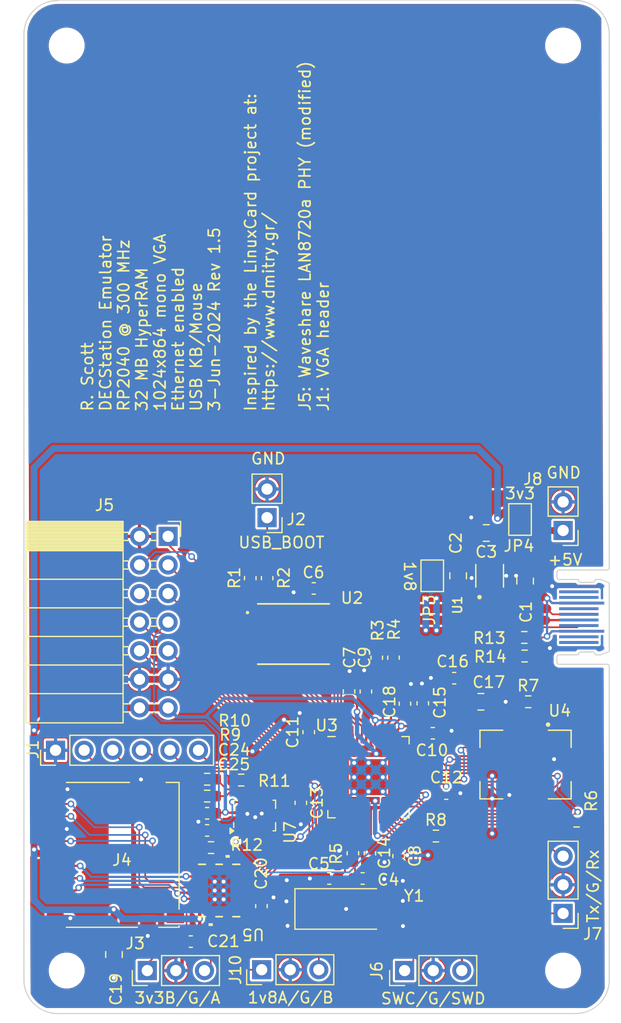
<source format=kicad_pcb>
(kicad_pcb (version 20240108) (generator "pcbnew") (generator_version "8.0")
  (title_block (title "Emulation board") (date "2023-04-07") (rev "REV1") (company "R. Scott"))
  (layers (0 "F.Cu" signal) (31 "B.Cu" signal) (34 "B.Paste" user) (35 "F.Paste" user) (36 "B.SilkS" user "B.Silkscreen") (37 "F.SilkS" user "F.Silkscreen") (38 "B.Mask" user) (39 "F.Mask" user) (44 "Edge.Cuts" user))
  (net 0 "")
  (net 1 "GND")
  (net 2 "VBUS")
  (net 3 "/XIN")
  (net 4 "/XOUT")
  (net 5 "+3V3")
  (net 6 "+1V1")
  (net 7 "+1V8")
  (net 8 "/~{USB_BOOT}")
  (net 9 "Net-(C4-Pad1)")
  (net 10 "Net-(JP3-A)")
  (net 11 "/SD_DAT2_3v3")
  (net 12 "/SD_DAT3_3v3")
  (net 13 "/SD_CMD_3v3")
  (net 14 "/SD_SCLK_3v3")
  (net 15 "/SD_DAT0_3v3")
  (net 16 "/SD_DAT1_3v3")
  (net 17 "/E_TX1")
  (net 18 "/E_TX_EN")
  (net 19 "/E_TX0")
  (net 20 "/E_RX0")
  (net 21 "/E_RX1")
  (net 22 "/E_RETCLK")
  (net 23 "/E_CRS")
  (net 24 "/E_MDIO")
  (net 25 "Net-(JP4-A)")
  (net 26 "/RUN")
  (net 27 "/SWD")
  (net 28 "/SWCLK")
  (net 29 "/QSPI_SS")
  (net 30 "/QSPI_SD3")
  (net 31 "/QSPI_SCLK")
  (net 32 "/QSPI_SD0")
  (net 33 "/QSPI_SD2")
  (net 34 "/QSPI_SD1")
  (net 35 "/USB_D+")
  (net 36 "/USB_D-")
  (net 37 "/RESET#")
  (net 38 "/UART0_TX")
  (net 39 "/UART0_RX")
  (net 40 "/HSYNC")
  (net 42 "/DQ0")
  (net 43 "/DQ1")
  (net 44 "/DQ2")
  (net 45 "/DQ3")
  (net 46 "/DQ4")
  (net 47 "/DQ5")
  (net 48 "/DQ6")
  (net 49 "/DQ7")
  (net 50 "/CK")
  (net 51 "/RWDS")
  (net 52 "/CS#")
  (net 53 "/SD_CMD")
  (net 54 "/CK#")
  (net 55 "Net-(U3-USB_DP)")
  (net 56 "Net-(U3-USB_DM)")
  (net 57 "/SD_DAT3")
  (net 58 "/SD_DAT2")
  (net 59 "/SD_DAT1")
  (net 60 "/SD_DAT0")
  (net 61 "/SD_SCLK")
  (net 62 "Net-(U5-OE)")
  (net 65 "/VSYNC")
  (net 66 "/VIDEO")
  (net 72 "/GRN_3v3")
  (net 73 "/E_RETCLK_3v3")
  (net 74 "/B_3v3")
  (net 75 "/HSYNC_3v3")
  (net 76 "/RED_3v3")
  (net 77 "/VSYNC_3v3")
  (net 78 "/BLU_3v3")
  (net 81 "/RED_0v7")
  (net 82 "/BLU_0v7")
  (net 83 "/GRN_0v7")
  (net 84 "/A_3v3")
  (net 85 "/A_1v8")
  (net 86 "/B_1v8")
  (net 87 "Net-(P1-CC)")
  (footprint "Capacitor_SMD:C_0805_2012Metric" (layer "F.Cu") (at 107.965 82.105 -90)
    (property "Reference" "C2")
    (property "Value" "10u")
  )
  (footprint "Connector_PinHeader_2.54mm:PinHeader_1x02_P2.54mm_Vertical" (layer "F.Cu") (at 90.99 76.94 180)
    (property "Reference" "J2")
    (property "Value" "Conn_01x02")
  )
  (footprint "Capacitor_SMD:C_0603_1608Metric" (layer "F.Cu") (at 105.715 96.098)
    (property "Reference" "C10")
    (property "Value" "1u")
  )
  (footprint "Capacitor_SMD:C_0603_1608Metric" (layer "F.Cu") (at 93.99 102.28 -90)
    (property "Reference" "C13")
    (property "Value" "100n")
  )
  (footprint "Capacitor_SMD:C_0603_1608Metric" (layer "F.Cu") (at 95.14 83.23 180)
    (property "Reference" "C6")
    (property "Value" "100n")
  )
  (footprint "Capacitor_SMD:C_0603_1608Metric" (layer "F.Cu") (at 89.5 82.315 -90)
    (property "Reference" "R1")
    (property "Value" "DNF")
  )
  (footprint "Capacitor_SMD:C_0603_1608Metric" (layer "F.Cu") (at 91 82.315 90)
    (property "Reference" "R2")
    (property "Value" "1k")
  )
  (footprint "Capacitor_SMD:C_0603_1608Metric" (layer "F.Cu") (at 99.7714 92.3896 90)
    (property "Reference" "C9")
    (property "Value" "100n")
  )
  (footprint "Capacitor_SMD:C_0603_1608Metric" (layer "F.Cu") (at 100.7366 89.3797 -90)
    (property "Reference" "R3")
    (property "Value" "27")
  )
  (footprint "Capacitor_SMD:C_0603_1608Metric" (layer "F.Cu") (at 102.6797 107.0073 -90)
    (property "Reference" "C8")
    (property "Value" "100n")
  )
  (footprint "Capacitor_SMD:C_0805_2012Metric" (layer "F.Cu") (at 113.915 82.58 90)
    (property "Reference" "C1")
    (property "Value" "10u")
  )
  (footprint "Capacitor_SMD:C_0603_1608Metric" (layer "F.Cu") (at 94.69 96 90)
    (property "Reference" "C11")
    (property "Value" "100n")
  )
  (footprint "Capacitor_SMD:C_0603_1608Metric" (layer "F.Cu") (at 107.615 91.205 180)
    (property "Reference" "C16")
    (property "Value" "100n")
  )
  (footprint "RP2040_minimal:RP2040-QFN-56" (layer "F.Cu") (at 100 100)
    (property "Reference" "U3")
    (property "Value" "RP2040")
  )
  (footprint "Capacitor_SMD:C_0603_1608Metric" (layer "F.Cu") (at 96.515 109 180)
    (property "Reference" "C5")
    (property "Value" "27p")
  )
  (footprint "MountingHole:MountingHole_2.7mm_M2.5" (layer "F.Cu") (at 117.29 35)
    (property "Reference" "H2" (hide yes))
    (property "Value" "MountingHole")
  )
  (footprint "MountingHole:MountingHole_2.7mm_M2.5" (layer "F.Cu") (at 117.29 117.18)
    (property "Reference" "H3" (hide yes))
    (property "Value" "MountingHole")
  )
  (footprint "Capacitor_SMD:C_0603_1608Metric" (layer "F.Cu") (at 98.2728 92.3768 90)
    (property "Reference" "C7")
    (property "Value" "100n")
  )
  (footprint "Capacitor_SMD:C_0603_1608Metric" (layer "F.Cu") (at 104.826 93.431 90)
    (property "Reference" "C15")
    (property "Value" "100n")
  )
  (footprint "MountingHole:MountingHole_2.7mm_M2.5" (layer "F.Cu") (at 73.19 35)
    (property "Reference" "H1" (hide yes))
    (property "Value" "MountingHole")
  )
  (footprint "MountingHole:MountingHole_2.7mm_M2.5" (layer "F.Cu") (at 73.19 117.18)
    (property "Reference" "H4" (hide yes))
    (property "Value" "MountingHole")
  )
  (footprint "Capacitor_SMD:C_0805_2012Metric" (layer "F.Cu") (at 109.99 93.3)
    (property "Reference" "C17")
    (property "Value" "10u")
  )
  (footprint "Capacitor_SMD:C_0603_1608Metric" (layer "F.Cu") (at 106.9088 101.4574)
    (property "Reference" "C12")
    (property "Value" "100n")
  )
  (footprint "Capacitor_SMD:C_0603_1608Metric" (layer "F.Cu") (at 100.127 106.766 -90)
    (property "Reference" "C14")
    (property "Value" "100n")
  )
  (footprint "Capacitor_SMD:C_0603_1608Metric" (layer "F.Cu") (at 103.2385 93.4691 90)
    (property "Reference" "C18")
    (property "Value" "1u")
  )
  (footprint "Capacitor_SMD:C_0603_1608Metric" (layer "F.Cu") (at 102.2225 89.3797 -90)
    (property "Reference" "R4")
    (property "Value" "27")
  )
  (footprint "Capacitor_SMD:C_0603_1608Metric" (layer "F.Cu") (at 98.6157 106.7533 -90)
    (property "Reference" "R5")
    (property "Value" "1k")
  )
  (footprint "Capacitor_SMD:C_0603_1608Metric" (layer "F.Cu") (at 99.485 109)
    (property "Reference" "C4")
    (property "Value" "27p")
  )
  (footprint "Capacitor_SMD:C_0603_1608Metric" (layer "F.Cu") (at 85.665 104.73 180)
    (property "Reference" "C25")
    (property "Value" "100n")
  )
  (footprint "Capacitor_SMD:C_0603_1608Metric" (layer "F.Cu") (at 90.49 111.455 90)
    (property "Reference" "C20")
    (property "Value" "100n")
  )
  (footprint "Connector_PinHeader_2.54mm:PinHeader_1x06_P2.54mm_Vertical" (layer "F.Cu") (at 72.2 97.605 90)
    (property "Reference" "J1")
    (property "Value" "Conn_01x06")
  )
  (footprint "Resistor_SMD:R_0603_1608Metric" (layer "F.Cu") (at 118.49 103.9)
    (property "Reference" "R6")
    (property "Value" "10K")
  )
  (footprint "Resistor_SMD:R_0603_1608Metric" (layer "F.Cu") (at 85.665 100.18 180)
    (property "Reference" "R10")
    (property "Value" "280")
  )
  (footprint "Connector_PinHeader_2.54mm:PinHeader_1x03_P2.54mm_Vertical" (layer "F.Cu") (at 90.51 117.105 90)
    (property "Reference" "J10")
    (property "Value" "Conn_01x03")
  )
  (footprint "Resistor_SMD:R_0603_1608Metric" (layer "F.Cu") (at 88.69 100.255 180)
    (property "Reference" "R11")
    (property "Value" "280")
  )
  (footprint "Capacitor_SMD:C_0603_1608Metric" (layer "F.Cu") (at 85.665 103.205 180)
    (property "Reference" "C24")
    (property "Value" "100n")
  )
  (footprint "Connector_PinHeader_2.54mm:PinHeader_1x03_P2.54mm_Vertical" (layer "F.Cu") (at 117.29 112.1 180)
    (property "Reference" "J7")
    (property "Value" "Conn_01x03")
  )
  (footprint "emu_brd:SON40P200X200X80-11N" (layer "F.Cu") (at 110.765 82.105 90)
    (property "Reference" "U1")
    (property "Value" "TLV751180330PDSQR")
  )
  (footprint "Resistor_SMD:R_0603_1608Metric" (layer "F.Cu") (at 85.665 101.68 180)
    (property "Reference" "R9")
    (property "Value" "280")
  )
  (footprint "Capacitor_SMD:C_0805_2012Metric" (layer "F.Cu") (at 110.465 78.305 180)
    (property "Reference" "C3")
    (property "Value" "10u")
  )
  (footprint "Connector_Card:microSD_HC_Hirose_DM3D-SF" (layer "F.Cu") (at 77.39 106.9 -90)
    (property "Reference" "J4")
    (property "Value" "Micro_SD_Card_Det_Hirose_DM3AT")
  )
  (footprint "emu_brd:RGY20_3P05X2P05" (layer "F.Cu") (at 86.7337 110.0674 180)
    (property "Reference" "U5")
    (property "Value" "TXS0108ERGYR")
  )
  (footprint "Capacitor_SMD:C_0603_1608Metric" (layer "F.Cu") (at 84.215 114.605 180)
    (property "Reference" "C21")
    (property "Value" "100n")
  )
  (footprint "emu_brd:WIN_ZP-8_WIN" (layer "F.Cu") (at 93.34 87.28)
    (property "Reference" "U2")
    (property "Value" "W25LQ64E")
  )
  (footprint "Capacitor_SMD:C_0805_2012Metric" (layer "F.Cu") (at 77.39 115.755 -90)
    (property "Reference" "C19")
    (property "Value" "10u")
  )
  (footprint "Resistor_SMD:R_0603_1608Metric" (layer "F.Cu") (at 114.19 93.3)
    (property "Reference" "R7")
    (property "Value" "DNP")
  )
  (footprint "Connector_PinHeader_2.54mm:PinHeader_1x02_P2.54mm_Vertical" (layer "F.Cu") (at 117.29 78.08 180)
    (property "Reference" "J8")
    (property "Value" "Conn_01x02")
  )
  (footprint "Resistor_SMD:R_0603_1608Metric" (layer "F.Cu") (at 86.015 106.255)
    (property "Reference" "R12")
    (property "Value" "10K")
  )
  (footprint "Jumper:SolderJumper-2_P1.3mm_Bridged_Pad1.0x1.5mm" (layer "F.Cu") (at 113.465 77.105 90)
    (property "Reference" "JP4")
    (property "Value" "SolderJumper_2_Bridged")
  )
  (footprint "Resistor_SMD:R_0603_1608Metric" (layer "F.Cu") (at 113.845 87.585 180)
    (property "Reference" "R13")
    (property "Value" "22K")
  )
  (footprint "Jumper:SolderJumper-2_P1.3mm_Bridged_Pad1.0x1.5mm" (layer "F.Cu") (at 105.665 82.105 -90)
    (property "Reference" "JP3")
    (property "Value" "SolderJumper_2_Bridged")
  )
  (footprint "emu_brd:PCB-USB-C" (layer "F.Cu") (at 121.39 85.78 -90)
    (property "Reference" "P1" (hide yes))
    (property "Value" "USB_C_Plug_USB2.0" (hide yes))
    (fp_line (start -3.985 4.65) (end -3.545 4.65) (stroke (width 0.1)) (layer "Edge.Cuts"))
    (fp_line (start 3.545 4.65) (end 3.985 4.65) (stroke (width 0.1)) (layer "Edge.Cuts"))
    (fp_line (start -3.345 2.75) (end -3.345 4.45) (stroke (width 0.1)) (layer "Edge.Cuts"))
    (fp_line (start 3.345 2.75) (end 3.345 4.45) (stroke (width 0.1)) (layer "Edge.Cuts"))
    (fp_line (start -3.095 1.5) (end -3.095 2.5) (stroke (width 0.1)) (layer "Edge.Cuts"))
    (fp_line (start 3.095 1.5) (end 3.095 2.5) (stroke (width 0.1)) (layer "Edge.Cuts"))
    (fp_line (start -3.345 0.75) (end -3.345 1.25) (stroke (width 0.1)) (layer "Edge.Cuts"))
    (fp_line (start 3.345 0.75) (end 3.345 1.25) (stroke (width 0.1)) (layer "Edge.Cuts"))
    (fp_line (start -4.185 0.2) (end -4.185 4.45) (stroke (width 0.1)) (layer "Edge.Cuts"))
    (fp_line (start 4.185 0.2) (end 4.185 4.45) (stroke (width 0.1)) (layer "Edge.Cuts"))
    (fp_line (start -4.535 0) (end -4.385 0) (stroke (width 0.1)) (layer "Edge.Cuts"))
    (fp_line (start -3.045 0) (end -3.345 0.75) (stroke (width 0.1)) (layer "Edge.Cuts"))
    (fp_line (start -3.045 0) (end 3.045 0) (stroke (width 0.1)) (layer "Edge.Cuts"))
    (fp_line (start 3.045 0) (end 3.345 0.75) (stroke (width 0.1)) (layer "Edge.Cuts"))
    (fp_line (start 4.385 0) (end 4.5 0) (stroke (width 0.1)) (layer "Edge.Cuts"))
    (fp_arc (start -3.985 4.65) (mid -4.126421 4.591421) (end -4.185 4.45) (stroke (width 0.1)) (layer "Edge.Cuts"))
    (fp_arc (start 3.545 4.65) (mid 3.403579 4.591421) (end 3.345 4.45) (stroke (width 0.1)) (layer "Edge.Cuts"))
    (fp_arc (start -3.345 4.45) (mid -3.403579 4.591421) (end -3.545 4.65) (stroke (width 0.1)) (layer "Edge.Cuts"))
    (fp_arc (start 4.185 4.45) (mid 4.126421 4.591421) (end 3.985 4.65) (stroke (width 0.1)) (layer "Edge.Cuts"))
    (fp_arc (start 3.345 2.75) (mid 3.168223 2.676777) (end 3.095 2.5) (stroke (width 0.1)) (layer "Edge.Cuts"))
    (fp_arc (start -3.095 2.5) (mid -3.168223 2.676777) (end -3.345 2.75) (stroke (width 0.1)) (layer "Edge.Cuts"))
    (fp_arc (start 3.095 1.5) (mid 3.168223 1.323223) (end 3.345 1.25) (stroke (width 0.1)) (layer "Edge.Cuts"))
    (fp_arc (start -3.345 1.25) (mid -3.168223 1.323223) (end -3.095 1.5) (stroke (width 0.1)) (layer "Edge.Cuts"))
    (fp_arc (start 4.185 0.2) (mid 4.243579 0.058579) (end 4.385 0) (stroke (width 0.1)) (layer "Edge.Cuts"))
    (fp_arc (start -4.385 0) (mid -4.243579 0.058579) (end -4.185 0.2) (stroke (width 0.1)) (layer "Edge.Cuts"))
  )
  (footprint "Package_DFN_QFN:DHVQFN-16-1EP_2.5x3.5mm_P0.5mm_EP1x2mm" (layer "F.Cu") (at 89.89 103.405 90)
    (property "Reference" "U7")
    (property "Value" "TXV0106BQBR")
  )
  (footprint "Resistor_SMD:R_0603_1608Metric" (layer "F.Cu") (at 113.87 89.235 180)
    (property "Reference" "R14")
    (property "Value" "5.1K")
  )
  (footprint "Connector_PinHeader_2.54mm:PinHeader_1x03_P2.54mm_Vertical" (layer "F.Cu") (at 103.21 117.18 90)
    (property "Reference" "J6")
    (property "Value" "Conn_01x03")
  )
  (footprint "Resistor_SMD:R_0603_1608Metric" (layer "F.Cu") (at 105.99 105.23)
    (property "Reference" "R8")
    (property "Value" "10K")
  )
  (footprint "emu_brd:BGA25C100P5X5_800X600X120N" (layer "F.Cu") (at 113.954 98.876 -90)
    (property "Reference" "U4")
    (property "Value" "PSRAM_32M")
  )
  (footprint "Connector_PinSocket_2.54mm:PinSocket_2x07_P2.54mm_Horizontal" (layer "F.Cu") (at 82.2 78.605)
    (property "Reference" "J5")
    (property "Value" "Conn_02x07_Odd_Even")
  )
  (footprint "Crystal:Crystal_SMD_5032-2Pin_5.0x3.2mm_HandSoldering" (layer "F.Cu") (at 98.015 111.705)
    (property "Reference" "Y1")
    (property "Value" "ABLS-12.000MHZ-B4-T")
  )
  (footprint "Connector_PinHeader_2.54mm:PinHeader_1x03_P2.54mm_Vertical" (layer "F.Cu") (at 80.35 117.18 90)
    (property "Reference" "J3")
    (property "Value" "Conn_01x03")
  )
  (gr_line (start 118.39 121) (end 72.39 121) (stroke (width 0.1)) (layer "Edge.Cuts"))
  (gr_line (start 69.39 118) (end 69.39 34) (stroke (width 0.1)) (layer "Edge.Cuts"))
  (gr_arc (start 121.39 118) (mid 120.51132 120.12132) (end 118.39 121) (stroke (width 0.1)) (layer "Edge.Cuts"))
  (gr_line (start 72.39 31) (end 118.39 31) (stroke (width 0.05)) (layer "Edge.Cuts"))
  (gr_arc (start 69.39 34) (mid 70.26868 31.87868) (end 72.39 31) (stroke (width 0.1)) (layer "Edge.Cuts"))
  (gr_line (start 121.39 34) (end 121.39 81.245) (stroke (width 0.1)) (layer "Edge.Cuts"))
  (gr_arc (start 72.39 121) (mid 70.26868 120.12132) (end 69.39 118) (stroke (width 0.1)) (layer "Edge.Cuts"))
  (gr_line (start 121.39 90.28) (end 121.39 118) (stroke (width 0.1)) (layer "Edge.Cuts"))
  (gr_arc (start 118.39 31) (mid 120.51132 31.87868) (end 121.39 34) (stroke (width 0.1)) (layer "Edge.Cuts"))
  (gr_text "\nUSB_BOOT" (at 92.2657 78.3434 0) (layer "F.SilkS") (effects (font (size 1 1))))
  (gr_text "1v8A/G/B" (at 89.18 120.17 0) (layer "F.SilkS") (effects (font (size 1 1)) (justify left bottom)))
  (gr_text "1v8" (at 103.67 82.16 -90) (layer "F.SilkS") (effects (font (size 1 1))))
  (gr_text "Tx/G/Rx" (at 120.54 113.03 90) (layer "F.SilkS") (effects (font (size 1 1)) (justify left bottom)))
  (gr_text "SWC/G/SWD" (at 101.015 120.255 0) (layer "F.SilkS") (effects (font (size 1 1)) (justify left bottom)))
  (gr_text "R. Scott\nDECStation Emulator\nRP2040 @ 300 MHz\n32 MB HyperRAM\n1024x864 mono VGA\nEthernet enabled\nUSB KB/Mouse\n3-Jun-2024 Rev 1.5\n\nInspired by the LinuxCard project at:\nhttps://www.dmitry.gr/\n\nJ5: Waveshare LAN8720a PHY (modified)\nJ1: VGA header" (at 96.55 67.58 90) (layer "F.SilkS") (effects (font (size 1 1)) (justify left bottom)))
  (gr_text "3v3" (at 113.47 74.79 0) (layer "F.SilkS") (effects (font (size 1 1))))
  (gr_text "GND" (at 117.34 72.95 0) (layer "F.SilkS") (effects (font (size 1 1))))
  (gr_text "GND" (at 91.1 71.7 0) (layer "F.SilkS") (effects (font (size 1 1))))
  (gr_text "3v3B/G/A" (at 79.12 120.2 0) (layer "F.SilkS") (effects (font (size 1 1)) (justify left bottom)))
  (gr_text "+5V" (at 117.48 80.68 0) (layer "F.SilkS") (effects (font (size 1 1))))
  (segment (start 110.94 93.3) (end 112.19 93.3) (width 0.6) (layer "F.Cu") (net 1))
  (segment (start 77.365 116.73) (end 77.39 116.705) (width 0.3) (layer "F.Cu") (net 1))
  (segment (start 110.765 82.105) (end 109.365 82.105) (width 0.6) (layer "F.Cu") (net 1))
  (segment (start 109.165 83.005) (end 108.0025 83.005) (width 0.6) (layer "F.Cu") (net 1))
  (segment (start 90.49 110.68) (end 91.565 110.68) (width 0.2) (layer "F.Cu") (net 1))
  (segment (start 84.89 103.955) (end 84.89 104.73) (width 0.2) (layer "F.Cu") (net 1))
  (segment (start 106.8275 91.205) (end 105.5703 91.205) (width 0.6) (layer "F.Cu") (net 1))
  (segment (start 72.165 112.525) (end 73.365 112.525) (width 0.6) (layer "F.Cu") (net 1))
  (segment (start 79.765 100.225) (end 79.79 100.2) (width 0.6) (layer "F.Cu") (net 1))
  (segment (start 85.983699 107.842401) (end 85.983699 109.317399) (width 0.2) (layer "F.Cu") (net 1))
  (segment (start 93.99 104.1831) (end 93.99 103.055) (width 0.6) (layer "F.Cu") (net 1))
  (segment (start 110.365 83.09) (end 110.365 82.505) (width 0.2) (layer "F.Cu") (net 1))
  (segment (start 73.154244 101.175) (end 73.259622 101.069622) (width 0.6) (layer "F.Cu") (net 1))
  (segment (start 103.2385 92.7915) (end 103.2385 92.249) (width 0.2) (layer "F.Cu") (net 1))
  (segment (start 93.3493 83.5745) (end 93.34 83.5838) (width 0.3) (layer "F.Cu") (net 1))
  (segment (start 97.3907 105.607872) (end 99 103.998572) (width 0.15) (layer "F.Cu") (net 1))
  (segment (start 99.619 91.4497) (end 99.619 90.4973) (width 0.2) (layer "F.Cu") (net 1))
  (segment (start 113.365 93.3) (end 113.365 93.93) (width 0.3) (layer "F.Cu") (net 1))
  (segment (start 109.365 82.105) (end 109.165 82.305) (width 0.6) (layer "F.Cu") (net 1))
  (segment (start 111.954 100.876) (end 112.513328 101.435328) (width 0.3) (layer "F.Cu") (net 1))
  (segment (start 97.3907 106.53) (end 97.3907 105.607872) (width 0.15) (layer "F.Cu") (net 1))
  (segment (start 85.983699 109.317399) (end 86.7337 110.0674) (width 0.2) (layer "F.Cu") (net 1))
  (segment (start 113.365 93.3) (end 112.19 93.3) (width 0.6) (layer "F.Cu") (net 1))
  (segment (start 91.935 89.185) (end 90.4698 89.185) (width 0.15) (layer "F.Cu") (net 1))
  (segment (start 116.49 98.4) (end 115.43 98.4) (width 0.15) (layer "F.Cu") (net 1))
  (segment (start 80.415 114.075) (end 80.39 114.1) (width 0.6) (layer "F.Cu") (net 1))
  (segment (start 79.66 91.305) (end 82.2 91.305) (width 0.6) (layer "F.Cu") (net 1))
  (segment (start 118.686465 88.53) (end 118.717543 88.517127) (width 0.15) (layer "F.Cu") (net 1))
  (segment (start 118.717543 88.517127) (end 118.73467 88.5) (width 0.15) (layer "F.Cu") (net 1))
  (segment (start 112.513328 101.435328) (end 112.513328 101.581572) (width 0.3) (layer "F.Cu") (net 1))
  (segment (start 113.954 94.519) (end 113.954 96.876) (width 0.3) (layer "F.Cu") (net 1))
  (segment (start 105.5703 91.205) (end 105.5449 91.1796) (width 0.15) (layer "F.Cu") (net 1))
  (segment (start 94.008 83.5745) (end 93.3493 83.5745) (width 0.2) (layer "F.Cu") (net 1))
  (segment (start 99 103.998572) (end 99 103.4375) (width 0.15) (layer "F.Cu") (net 1))
  (segment (start 114.695 89.235) (end 115.41 89.235) (width 0.15) (layer "F.Cu") (net 1))
  (segment (start 111.165 83.09) (end 111.165 82.505) (width 0.2) (layer "F.Cu") (net 1))
  (segment (start 109.515 77.305) (end 109.13 76.92) (width 0.6) (layer "F.Cu") (net 1))
  (segment (start 72.165 101.175) (end 73.154244 101.175) (width 0.6) (layer "F.Cu") (net 1))
  (segment (start 94.3525 83.23) (end 94.008 83.5745) (width 0.2) (layer "F.Cu") (net 1))
  (segment (start 109.515 78.305) (end 109.515 77.305) (width 0.6) (layer "F.Cu") (net 1))
  (segment (start 101.6638 107.7948) (end 101.4224 107.5534) (width 0.3) (layer "F.Cu") (net 1))
  (segment (start 101.397 109.052) (end 100.3245 109.052) (width 0.2) (layer "F.Cu") (net 1))
  (segment (start 90.515 103.23) (end 91.5025 103.23) (width 0.15) (layer "F.Cu") (net 1))
  (segment (start 116.115 88.53) (end 118.686465 88.53) (width 0.2) (layer "F.Cu") (net 1))
  (segment (start 94.69 95.1) (end 93.89 94.3) (width 0.3) (layer "F.Cu") (net 1))
  (segment (start 118.73467 88.5) (end 118.94 88.5) (width 0.15) (layer "F.Cu") (net 1))
  (segment (start 113.915 81.63) (end 113.44 82.105) (width 0.6) (layer "F.Cu") (net 1))
  (segment (start 80.415 112.875) (end 80.415 114.075) (width 0.6) (layer "F.Cu") (net 1))
  (segment (start 83.44 116.63) (end 82.89 117.18) (width 0.3) (layer "F.Cu") (net 1))
  (segment (start 101.4223 107.5535) (end 101.4224 107.5534) (width 0.3) (layer "F.Cu") (net 1))
  (segment (start 104.7498 92.6689) (end 104.7498 91.6784) (width 0.2) (layer "F.Cu") (net 1))
  (segment (start 100.127 107.5535) (end 101.4223 107.5535) (width 0.3) (layer "F.Cu") (net 1))
  (segment (start 113.44 82.105) (end 111.05875 82.105) (width 0.6) (layer "F.Cu") (net 1))
  (segment (start 84.89 103.205) (end 84.89 103.955) (width 0.2) (layer "F.Cu") (net 1))
  (segment (start 116.315 83.03) (end 118.886465 83.03) (width 0.2) (layer "F.Cu") (net 1))
  (segment (start 102.6797 109.077398) (end 102.679698 109.0774) (width 0.2) (layer "F.Cu") (net 1))
  (segment (start 91.5775 103.655) (end 90.14 103.655) (width 0.15) (layer "F.Cu") (net 1))
  (segment (start 98.3363 91.93) (end 98.3236 90.5735) (width 0.2) (layer "F.Cu") (net 1))
  (segment (start 115.41 89.235) (end 116.115 88.53) (width 0.15) (layer "F.Cu") (net 1))
  (segment (start 72.04 104.575) (end 73.172185 104.575) (width 0.6) (layer "F.Cu") (net 1))
  (segment (start 90.14 103.655) (end 89.89 103.405) (width 0.15) (layer "F.Cu") (net 1))
  (segment (start 110.365 82.505) (end 110.765 82.105) (width 0.2) (layer "F.Cu") (net 1))
  (segment (start 111.165 82.505) (end 110.765 82.105) (width 0.2) (layer "F.Cu") (net 1))
  (segment (start 115.43 98.4) (end 114.954 98.876) (width 0.15) (layer "F.Cu") (net 1))
  (segment (start 79.765 100.925) (end 79.765 100.225) (width 0.6) (layer "F.Cu") (net 1))
  (segment (start 77.365 117.83) (end 77.365 116.73) (width 0.6) (layer "F.Cu") (net 1))
  (segment (start 102.6797 107.7948) (end 101.6638 107.7948) (width 0.3) (layer "F.Cu") (net 1))
  (segment (start 103.2385 92.249) (end 103.771 91.7165) (width 0.2) (layer "F.Cu") (net 1))
  (segment (start 91.5025 103.23) (end 91.5775 103.155) (width 0.15) (layer "F.Cu") (net 1))
  (segment (start 109.165 82.305) (end 109.165 83.005) (width 0.6) (layer "F.Cu") (net 1))
  (segment (start 83.44 114.605) (end 83.44 116.63) (width 0.3) (layer "F.Cu") (net 1))
  (segment (start 108.131881 101.4574) (end 108.1655 101.423781) (width 0.3) (layer "F.Cu") (net 1))
  (segment (start 107.6963 101.4574) (end 108.131881 101.4574) (width 0.3) (layer "F.Cu") (net 1))
  (segment (start 106.676767 95.872933) (end 107.379535 95.872933) (width 0.15) (layer "F.Cu") (net 1))
  (segment (start 93.34 83.5838) (end 93.34 87.28) (width 0.3) (layer "F.Cu") (net 1))
  (segment (start 113.365 93.93) (end 113.954 94.519) (width 0.3) (layer "F.Cu") (net 1))
  (segment (start 73.172185 104.575) (end 73.197185 104.6) (width 0.6) (layer "F.Cu") (net 1))
  (segment (start 92.34 88.78) (end 91.935 89.185) (width 0.15) (layer "F.Cu") (net 1))
  (via (at 98.015 111.705) (size 0.6) (drill 0.35) (layers "F.Cu" "B.Cu") (net 1))
  (via (at 92.815 113.205) (size 0.6) (drill 0.35) (layers "F.Cu" "B.Cu") (net 1))
  (via (at 92.71 111.03) (size 0.6) (drill 0.35) (layers "F.Cu" "B.Cu") (net 1))
  (via (at 103.05 110.99) (size 0.6) (drill 0.35) (layers "F.Cu" "B.Cu") (net 1))
  (via (at 84.89 103.955) (size 0.6) (drill 0.35) (layers "F.Cu" "B.Cu") (net 1))
  (via (at 73.515 112.53) (size 0.6) (drill 0.35) (layers "F.Cu" "B.Cu") (net 1))
  (via (at 99.619 90.4973) (size 0.6) (drill 0.35) (layers "F.Cu" "B.Cu") (net 1))
  (via (at 116.315 83.03) (size 0.6) (drill 0.35) (layers "F.Cu" "B.Cu") (net 1))
  (via (at 103.05 109.21) (size 0.6) (drill 0.35) (layers "F.Cu" "B.Cu") (net 1))
  (via (at 103.065 113.23) (size 0.6) (drill 0.35) (layers "F.Cu" "B.Cu") (net 1))
  (via (at 79.79 100.2) (size 0.6) (drill 0.35) (layers "F.Cu" "B.Cu") (net 1))
  (via (at 90.515 103.23) (size 0.6) (drill 0.35) (layers "F.Cu" "B.Cu") (net 1))
  (via (at 101.397 109.052) (size 0.6) (drill 0.35) (layers "F.Cu" "B.Cu") (net 1))
  (via (at 89.94 103.555) (size 0.6) (drill 0.35) (layers "F.Cu" "B.Cu") (net 1))
  (via (at 92.74 109.15) (size 0.6) (drill 0.35) (layers "F.Cu" "B.Cu") (net 1))
  (via (at 91.565 110.68) (size 0.6) (drill 0.35) (layers "F.Cu" "B.Cu") (net 1))
  (via (at 93.3493 83.5745) (size 0.6) (drill 0.35) (layers "F.Cu" "B.Cu") (net 1))
  (via (at 97.3907 106.53) (size 0.6) (drill 0.35) (layers "F.Cu" "B.Cu") (net 1))
  (via (at 116.115 88.53) (size 0.6) (drill 0.35) (layers "F.Cu" "B.Cu") (net 1))
  (via (at 109.165 82.305) (size 0.6) (drill 0.35) (layers "F.Cu" "B.Cu") (net 1))
  (via (at 89.24 103.255) (size 0.6) (drill 0.35) (layers "F.Cu" "B.Cu") (net 1))
  (via (at 101.4224 107.5534) (size 0.6) (drill 0.35) (layers "F.Cu" "B.Cu") (net 1))
  (via (at 105.5449 91.1796) (size 0.6) (drill 0.35) (layers "F.Cu" "B.Cu") (net 1))
  (via (at 93.89 94.3) (size 0.6) (drill 0.35) (layers "F.Cu" "B.Cu") (net 1))
  (via (at 104.7498 91.6784) (size 0.6) (drill 0.35) (layers "F.Cu" "B.Cu") (net 1))
  (via (at 112.19 93.3) (size 0.6) (drill 0.35) (layers "F.Cu" "B.Cu") (net 1))
  (via (at 73.259622 101.069622) (size 0.6) (drill 0.35) (layers "F.Cu" "B.Cu") (net 1))
  (via (at 112.24 82.105) (size 0.6) (drill 0.35) (layers "F.Cu" "B.Cu") (net 1))
  (via (at 77.365 117.83) (size 0.6) (drill 0.35) (layers "F.Cu" "B.Cu") (net 1))
  (via (at 94.79 109) (size 0.6) (drill 0.35) (layers "F.Cu" "B.Cu") (net 1))
  (via (at 80.39 114.1) (size 0.6) (drill 0.35) (layers "F.Cu" "B.Cu") (net 1))
  (via (at 107.379535 95.872933) (size 0.6) (drill 0.35) (layers "F.Cu" "B.Cu") (net 1))
  (via (at 112.513328 101.581572) (size 0.6) (drill 0.35) (layers "F.Cu" "B.Cu") (net 1))
  (via (at 108.1655 101.423781) (size 0.6) (drill 0.35) (layers "F.Cu" "B.Cu") (net 1))
  (via (at 116.49 98.4) (size 0.6) (drill 0.35) (layers "F.Cu" "B.Cu") (net 1))
  (via (at 73.197185 104.6) (size 0.6) (drill 0.35) (layers "F.Cu" "B.Cu") (net 1))
  (via (at 103.771 91.7165) (size 0.6) (drill 0.35) (layers "F.Cu" "B.Cu") (net 1))
  (via (at 93.99 104.1831) (size 0.6) (drill 0.35) (layers "F.Cu" "B.Cu") (net 1))
  (via (at 109.13 76.92) (size 0.6) (drill 0.35) (layers "F.Cu" "B.Cu") (net 1))
  (via (at 113.115 82.105) (size 0.6) (drill 0.35) (layers "F.Cu" "B.Cu") (net 1))
  (via (at 98.3236 90.5735) (size 0.6) (drill 0.35) (layers "F.Cu" "B.Cu") (net 1))
  (segment (start 110.765 83.09) (end 110.765 83.98) (width 0.15) (layer "F.Cu") (net 2))
  (segment (start 115.865 84.105) (end 115.89 84.105) (width 0.2) (layer "F.Cu") (net 2))
  (segment (start 115.76 87.585) (end 115.865 87.48) (width 0.15) (layer "F.Cu") (net 2))
  (segment (start 116.315 87.03) (end 118.94 87.03) (width 0.2) (layer "F.Cu") (net 2))
  (segment (start 113.915 83.275) (end 113.915 83.53) (width 0.15) (layer "F.Cu") (net 2))
  (segment (start 117.1525 78.09) (end 115.12 78.09) (width 0.6) (layer "F.Cu") (net 2))
  (segment (start 115.265 83.53) (end 113.915 83.53) (width 0.6) (layer "F.Cu") (net 2))
  (segment (start 114.67 87.585) (end 115.76 87.585) (width 0.15) (layer "F.Cu") (net 2))
  (segment (start 115.865 87.48) (end 116.315 87.03) (width 0.2) (layer "F.Cu") (net 2))
  (segment (start 115.865 84.105) (end 115.84 84.105) (width 0.2) (layer "F.Cu") (net 2))
  (segment (start 110.365 81.12) (end 110.365 80.305) (width 0.2) (layer "F.Cu") (net 2))
  (segment (start 113.73 83.09) (end 113.915 83.275) (width 0.15) (layer "F.Cu") (net 2))
  (segment (start 116.315 84.53) (end 118.94 84.53) (width 0.2) (layer "F.Cu") (net 2))
  (segment (start 115.89 84.105) (end 116.315 84.53) (width 0.2) (layer "F.Cu") (net 2))
  (segment (start 115.84 84.105) (end 115.265 83.53) (width 0.6) (layer "F.Cu") (net 2))
  (via (at 115.865 87.48) (size 0.6) (drill 0.35) (layers "F.Cu" "B.Cu") (net 2))
  (via (at 115.865 84.105) (size 0.6) (drill 0.35) (layers "F.Cu" "B.Cu") (net 2))
  (segment (start 115.865 87.48) (end 116.315 87.03) (width 0.2) (layer "B.Cu") (net 2))
  (segment (start 115.89 84.105) (end 116.315 84.53) (width 0.2) (layer "B.Cu") (net 2))
  (segment (start 115.865 87.48) (end 115.865 84.105) (width 0.2) (layer "B.Cu") (net 2))
  (segment (start 115.865 84.105) (end 115.89 84.105) (width 0.2) (layer "B.Cu") (net 2))
  (segment (start 116.315 87.03) (end 118.94 87.03) (width 0.2) (layer "B.Cu") (net 2))
  (segment (start 116.315 84.53) (end 118.94 84.53) (width 0.2) (layer "B.Cu") (net 2))
  (segment (start 97.29 109) (end 97.29 110.305) (width 0.15) (layer "F.Cu") (net 3))
  (segment (start 97.29 110.305) (end 95.915 111.68) (width 0.15) (layer "F.Cu") (net 3))
  (segment (start 97.9157 105.509111) (end 97.9157 108.3743) (width 0.15) (layer "F.Cu") (net 3))
  (segment (start 97.9157 108.3743) (end 97.29 109) (width 0.15) (layer "F.Cu") (net 3))
  (segment (start 99.4 103.4375) (end 99.4 104.024811) (width 0.15) (layer "F.Cu") (net 3))
  (segment (start 99.4 104.024811) (end 97.9157 105.509111) (width 0.15) (layer "F.Cu") (net 3))
  (segment (start 95.915 111.68) (end 95.24 111.68) (width 0.15) (layer "F.Cu") (net 3))
  (segment (start 99.8 104.9213) (end 99.6444 105.0769) (width 0.15) (layer "F.Cu") (net 4))
  (segment (start 99.8 103.4375) (end 99.8 104.9213) (width 0.15) (layer "F.Cu") (net 4))
  (segment (start 98.6157 105.3309) (end 98.6157 105.9658) (width 0.15) (layer "F.Cu") (net 4))
  (segment (start 99.6444 105.0769) (end 98.8697 105.0769) (width 0.15) (layer "F.Cu") (net 4))
  (segment (start 98.8697 105.0769) (end 98.6157 105.3309) (width 0.15) (layer "F.Cu") (net 4))
  (segment (start 77.39 111.78) (end 77.39 114.805) (width 0.6) (layer "F.Cu") (net 5))
  (segment (start 86.69 103.155) (end 88.2025 103.155) (width 0.2) (layer "F.Cu") (net 5))
  (segment (start 85.0087 112.5987) (end 85.0087 114.5863) (width 0.3) (layer "F.Cu") (net 5))
  (segment (start 70.29 106.5) (end 70.565 106.775) (width 0.6) (layer "F.Cu") (net 5))
  (segment (start 70.565 106.775) (end 72.04 106.775) (width 0.6) (layer "F.Cu") (net 5))
  (segment (start 85.0087 114.5863) (end 84.99 114.605) (width 0.3) (layer "F.Cu") (net 5))
  (segment (start 84.99 112.58) (end 85.0087 112.5987) (width 0.3) (layer "F.Cu") (net 5))
  (segment (start 103.5815 95.463) (end 102.921 95.463) (width 0.2) (layer "F.Cu") (net 5))
  (segment (start 81.99 93.84) (end 72.28 93.84) (width 0.6) (layer "F.Cu") (net 5))
  (segment (start 104.826 94.2185) (end 103.5815 95.463) (width 0.2) (layer "F.Cu") (net 5))
  (segment (start 85.0087 111.817399) (end 85.0087 112.5613) (width 0.3) (layer "F.Cu") (net 5))
  (segment (start 72.28 93.84) (end 70.29 95.83) (width 0.6) (layer "F.Cu") (net 5))
  (segment (start 70.29 106.43) (end 70.29 106.5) (width 0.6) (layer "F.Cu") (net 5))
  (segment (start 112.015 76.455) (end 111.465 77.005) (width 0.6) (layer "F.Cu") (net 5))
  (segment (start 100.6 94.942636) (end 100.606443 94.936193) (width 0.2) (layer "F.Cu") (net 5))
  (segment (start 77.365 111.755) (end 77.39 111.78) (width 0.3) (layer "F.Cu") (net 5))
  (segment (start 102.921 95.463) (end 102.6 95.784) (width 0.2) (layer "F.Cu") (net 5))
  (segment (start 70.29 95.83) (end 70.29 106.43) (width 0.6) (layer "F.Cu") (net 5))
  (segment (start 102.6 95.784) (end 102.6 96.5625) (width 0.2) (layer "F.Cu") (net 5))
  (segment (start 100.6 96.5625) (end 100.6 94.942636) (width 0.2) (layer "F.Cu") (net 5))
  (segment (start 85.0087 112.5613) (end 84.99 112.58) (width 0.3) (layer "F.Cu") (net 5))
  (segment (start 113.465 76.455) (end 112.015 76.455) (width 0.6) (layer "F.Cu") (net 5))
  (via (at 87.285 103.1175) (size 0.6) (drill 0.35) (layers "F.Cu" "B.Cu") (net 5))
  (via (at 84.99 112.58) (size 0.6) (drill 0.35) (layers "F.Cu" "B.Cu") (net 5))
  (via (at 100.606443 94.936193) (size 0.6) (drill 0.35) (layers "F.Cu" "B.Cu") (net 5))
  (via (at 70.29 106.43) (size 0.6) (drill 0.35) (layers "F.Cu" "B.Cu") (net 5))
  (via (at 102.921 95.463) (size 0.6) (drill 0.35) (layers "F.Cu" "B.Cu") (net 5))
  (via (at 77.365 111.755) (size 0.6) (drill 0.35) (layers "F.Cu" "B.Cu") (net 5))
  (via (at 111.465 77.005) (size 0.6) (drill 0.35) (layers "F.Cu" "B.Cu") (net 5))
  (via (at 70.29 95.83) (size 0.6) (drill 0.35) (layers "F.Cu" "B.Cu") (net 5))
  (segment (start 85.67533 94.645) (end 87.285 96.25467) (width 0.3) (layer "B.Cu") (net 5))
  (segment (start 78.19 112.58) (end 77.365 111.755) (width 0.6) (layer "B.Cu") (net 5))
  (segment (start 84.99 112.58) (end 78.19 112.58) (width 0.6) (layer "B.Cu") (net 5))
  (segment (start 85.505 94.645) (end 85.67533 94.645) (width 0.3) (layer "B.Cu") (net 5))
  (segment (start 77.365 111.755) (end 77.34 111.78) (width 0.6) (layer "B.Cu") (net 5))
  (segment (start 71.99 70.8) (end 70.29 72.5) (width 0.6) (layer "B.Cu") (net 5))
  (segment (start 87.285 96.25467) (end 87.285 103.1175) (width 0.3) (layer "B.Cu") (net 5))
  (segment (start 71.99 70.8) (end 109.74 70.8) (width 0.6) (layer "B.Cu") (net 5))
  (segment (start 87.155 92.995) (end 98.634529 92.995) (width 0.3) (layer "B.Cu") (net 5))
  (segment (start 70.29 72.5) (end 70.29 95.83) (width 0.6) (layer "B.Cu") (net 5))
  (segment (start 100.575722 94.936193) (end 100.606443 94.936193) (width 0.3) (layer "B.Cu") (net 5))
  (segment (start 71.14 111.78) (end 70.29 110.93) (width 0.6) (layer "B.Cu") (net 5))
  (segment (start 70.29 110.93) (end 70.29 106.43) (width 0.6) (layer "B.Cu") (net 5))
  (segment (start 77.34 111.78) (end 71.14 111.78) (width 0.6) (layer "B.Cu") (net 5))
  (segment (start 82.2 93.845) (end 83 94.645) (width 0.3) (layer "B.Cu") (net 5))
  (segment (start 102.394193 94.936193) (end 100.606443 94.936193) (width 0.2) (layer "B.Cu") (net 5))
  (segment (start 98.634529 92.995) (end 100.575722 94.936193) (width 0.3) (layer "B.Cu") (net 5))
  (segment (start 109.74 70.8) (end 111.465 72.525) (width 0.6) (layer "B.Cu") (net 5))
  (segment (start 85.505 94.645) (end 87.155 92.995) (width 0.3) (layer "B.Cu") (net 5))
  (segment (start 83 94.645) (end 85.505 94.645) (width 0.3) (layer "B.Cu") (net 5))
  (segment (start 102.921 95.463) (end 102.394193 94.936193) (width 0.2) (layer "B.Cu") (net 5))
  (segment (start 111.465 72.525) (end 111.465 77.005) (width 0.6) (layer "B.Cu") (net 5))
  (segment (start 99.8 95.41038) (end 98.984 94.59438) (width 0.2) (layer "F.Cu") (net 6))
  (segment (start 101.8 96.5625) (end 101.8 95.8) (width 0.2) (layer "F.Cu") (net 6))
  (segment (start 101.8 96.5625) (end 101.8 97.4) (width 0.2) (layer "F.Cu") (net 6))
  (segment (start 100.6 105) (end 100.8 105.2) (width 0.2) (layer "F.Cu") (net 6))
  (segment (start 102.5526 106.2198) (end 101.5328 105.2) (width 0.2) (layer "F.Cu") (net 6))
  (segment (start 101.8 95.8) (end 103 94.6) (width 0.2) (layer "F.Cu") (net 6))
  (segment (start 98.3363 92.9) (end 98.984 93.5477) (width 0.2) (layer "F.Cu") (net 6))
  (segment (start 98.984 94.59438) (end 98.984 94.193) (width 0.2) (layer "F.Cu") (net 6))
  (segment (start 100.6 103.4375) (end 100.6 105) (width 0.2) (layer "F.Cu") (net 6))
  (segment (start 98.984 93.5477) (end 98.984 94.193) (width 0.2) (layer "F.Cu") (net 6))
  (segment (start 99.8 96.5625) (end 99.8 95.41038) (width 0.2) (layer "F.Cu") (net 6))
  (segment (start 103 94.6) (end 103 94) (width 0.2) (layer "F.Cu") (net 6))
  (segment (start 101.5328 105.2) (end 100.8 105.2) (width 0.2) (layer "F.Cu") (net 6))
  (via (at 98.984 94.193) (size 0.6) (drill 0.35) (layers "F.Cu" "B.Cu") (net 6))
  (via (at 100.8 105.2) (size 0.6) (drill 0.35) (layers "F.Cu" "B.Cu") (net 6))
  (via (at 100.59997 102.1) (size 0.6) (drill 0.35) (layers "F.Cu" "B.Cu") (net 6))
  (via (at 100.689622 97.910378) (size 0.6) (drill 0.35) (layers "F.Cu" "B.Cu") (net 6))
  (segment (start 100.59 104.99) (end 100.59 102.10997) (width 0.4) (layer "B.Cu") (net 6))
  (segment (start 100.8 105.2) (end 100.59 104.99) (width 0.4) (layer "B.Cu") (net 6))
  (segment (start 98.984 94.193) (end 98.984 96.194) (width 0.4) (layer "B.Cu") (net 6))
  (segment (start 100.689622 97.899622) (end 100.689622 97.910378) (width 0.4) (layer "B.Cu") (net 6))
  (segment (start 100.59 102.10997) (end 100.59997 102.1) (width 0.4) (layer "B.Cu") (net 6))
  (segment (start 98.984 96.194) (end 100.689622 97.899622) (width 0.4) (layer "B.Cu") (net 6))
  (segment (start 95.97 101) (end 95.49 101.48) (width 0.2) (layer "F.Cu") (net 7))
  (segment (start 95.49 101.48) (end 94.2315 101.48) (width 0.2) (layer "F.Cu") (net 7))
  (segment (start 102.2 96.5625) (end 102.2 97.023585) (width 0.2) (layer "F.Cu") (net 7))
  (segment (start 102.2 97.023585) (end 102.544415 97.368) (width 0.2) (layer "F.Cu") (net 7))
  (segment (start 102.544415 97.368) (end 102.794 97.368) (width 0.2) (layer "F.Cu") (net 7))
  (segment (start 100.2 95.315406) (end 100.2 96.5625) (width 0.2) (layer "F.Cu") (net 7))
  (segment (start 100.2 103.4375) (end 100.2 102.8) (width 0.2) (layer "F.Cu") (net 7))
  (segment (start 99.958499 93.041501) (end 99.958499 95.073905) (width 0.2) (layer "F.Cu") (net 7))
  (segment (start 94.2315 101.48) (end 94.1962 101.4447) (width 0.2) (layer "F.Cu") (net 7))
  (segment (start 99.04 90.92) (end 99.04 92.41) (width 0.15) (layer "F.Cu") (net 7))
  (segment (start 96.5625 101) (end 95.97 101) (width 0.2) (layer "F.Cu") (net 7))
  (segment (start 96.5625 97.4) (end 97.4 97.4) (width 0.2) (layer "F.Cu") (net 7))
  (segment (start 100.127 105.9785) (end 100.9397 105.9785) (width 0.15) (layer "F.Cu") (net 7))
  (segment (start 100.2 102.8) (end 100.24952 102.75048) (width 0.2) (layer "F.Cu") (net 7))
  (segment (start 100.24952 102.75048) (end 101.22152 102.75048) (width 0.2) (layer "F.Cu") (net 7))
  (segment (start 103.175 97.368) (end 102.794 97.368) (width 0.2) (layer "F.Cu") (net 7))
  (segment (start 106.1213 101.4574) (end 106.594422 101.4574) (width 0.15) (layer "F.Cu") (net 7))
  (segment (start 111.954 99.876) (end 110.9905 99.876) (width 0.3) (layer "F.Cu") (net 7))
  (segment (start 103.4375 101) (end 102.6 101) (width 0.2) (layer "F.Cu") (net 7))
  (segment (start 110.9905 99.876) (end 110.99 99.8755) (width 0.3) (layer "F.Cu") (net 7))
  (segment (start 101.9558 106.9946) (end 103.44 106.93) (width 0.15) (layer "F.Cu") (net 7))
  (segment (start 100.9397 105.9785) (end 101.9558 106.9946) (width 0.15) (layer "F.Cu") (net 7))
  (segment (start 99.958499 95.073905) (end 100.2 95.315406) (width 0.2) (layer "F.Cu") (net 7))
  (segment (start 100.2 96.5625) (end 100.2 97.4) (width 0.2) (layer "F.Cu") (net 7))
  (segment (start 105.8 101) (end 106 101.2) (width 0.2) (layer "F.Cu") (net 7))
  (segment (start 103.4375 101) (end 105.8 101) (width 0.2) (layer "F.Cu") (net 7))
  (segment (start 100.2 103.4375) (end 100.2 105.9055) (width 0.2) (layer "F.Cu") (net 7))
  (segment (start 96.5625 101) (end 97.4 101) (width 0.2) (layer "F.Cu") (net 7))
  (segment (start 101.22152 102.75048) (end 101.397 102.575) (width 0.2) (layer "F.Cu") (net 7))
  (segment (start 103.44 106.93) (end 103.4544 106.9946) (width 0.15) (layer "F.Cu") (net 7))
  (via (at 105.29 106.93) (size 0.6) (drill 0.35) (layers "F.Cu" "B.Cu") (net 7))
  (via (at 110.99 101.9) (size 0.6) (drill 0.35) (layers "F.Cu" "B.Cu") (net 7))
  (via (at 103.44 106.93) (size 0.6) (drill 0.35) (layers "F.Cu" "B.Cu") (net 7))
  (via (at 105.09 84.105) (size 0.6) (drill 0.35) (layers "F.Cu" "B.Cu") (net 7))
  (via (at 106.04 86.955) (size 0.6) (drill 0.35) (layers "F.Cu" "B.Cu") (net 7))
  (via (at 106.04 84.105) (size 0.6) (drill 0.35) (layers "F.Cu" "B.Cu") (net 7))
  (via (at 105.09 86.955) (size 0.6) (drill 0.35) (layers "F.Cu" "B.Cu") (net 7))
  (via (at 110.99 105.005) (size 0.6) (drill 0.35) (layers "F.Cu" "B.Cu") (net 7))
  (via (at 89.69 97.7) (size 0.6) (drill 0.35) (layers "F.Cu" "B.Cu") (net 7))
  (via (at 92.49 94.9) (size 0.6) (drill 0.35) (layers "F.Cu" "B.Cu") (net 7))
  (via (at 110.99 99.8755) (size 0.6) (drill 0.35) (layers "F.Cu" "B.Cu") (net 7))
  (segment (start 110.99 101.9) (end 110.99 99.8755) (width 0.3) (layer "B.Cu") (net 7))
  (segment (start 106.04 86.955) (end 106.04 84.105) (width 0.6) (layer "B.Cu") (net 7))
  (segment (start 105.09 86.955) (end 105.09 84.105) (width 0.6) (layer "B.Cu") (net 7))
  (segment (start 105.29 106.93) (end 103.44 106.93) (width 0.3) (layer "B.Cu") (net 7))
  (segment (start 110.99 105.005) (end 110.99 101.9) (width 0.3) (layer "B.Cu") (net 7))
  (segment (start 92.49 94.9) (end 89.69 97.7) (width 0.6) (layer "B.Cu") (net 7))
  (segment (start 91 81.83) (end 91 76.95) (width 0.15) (layer "F.Cu") (net 8))
  (segment (start 100.115 111.705) (end 100.615 111.705) (width 0.15) (layer "F.Cu") (net 9))
  (segment (start 98.8025 110.3925) (end 100.115 111.705) (width 0.15) (layer "F.Cu") (net 9))
  (segment (start 98.8025 107.7276) (end 98.8025 110.3925) (width 0.15) (layer "F.Cu") (net 9))
  (segment (start 105.965 81.155) (end 105.665 81.455) (width 0.6) (layer "F.Cu") (net 10))
  (segment (start 107.965 81.155) (end 109.805489 81.155) (width 0.6) (layer "F.Cu") (net 10))
  (segment (start 107.965 81.155) (end 105.965 81.155) (width 0.6) (layer "F.Cu") (net 10))
  (segment (start 83.034673 110.327492) (end 83.107165 110.255) (width 0.2) (layer "F.Cu") (net 11))
  (segment (start 84.9961 110.33) (end 85.0087 110.3174) (width 0.2) (layer "F.Cu") (net 11))
  (segment (start 83.842818 110.255) (end 83.917818 110.33) (width 0.2) (layer "F.Cu") (net 11))
  (segment (start 73.995 110.075) (end 74.25 109.82) (width 0.2) (layer "F.Cu") (net 11))
  (segment (start 83.107165 110.255) (end 83.842818 110.255) (width 0.2) (layer "F.Cu") (net 11))
  (segment (start 72.04 110.075) (end 73.995 110.075) (width 0.2) (layer "F.Cu") (net 11))
  (segment (start 83.917818 110.33) (end 84.9961 110.33) (width 0.2) (layer "F.Cu") (net 11))
  (via (at 83.034673 110.327492) (size 0.6) (drill 0.35) (layers "F.Cu" "B.Cu") (net 11))
  (via (at 74.25 109.82) (size 0.6) (drill 0.35) (layers "F.Cu" "B.Cu") (net 11))
  (segment (start 82.267181 109.56) (end 74.51 109.56) (width 0.2) (layer "B.Cu") (net 11))
  (segment (start 83.034673 110.327492) (end 82.267181 109.56) (width 0.2) (layer "B.Cu") (net 11))
  (segment (start 74.51 109.56) (end 74.25 109.82) (width 0.2) (layer "B.Cu") (net 11))
  (segment (start 72.04 108.975) (end 74.345662 108.975) (width 0.2) (layer "F.Cu") (net 12))
  (segment (start 83.615 110.805) (end 84.996299 110.805) (width 0.2) (layer "F.Cu") (net 12))
  (segment (start 84.996299 110.805) (end 85.0087 110.817401) (width 0.2) (layer "F.Cu") (net 12))
  (segment (start 74.345662 108.975) (end 74.357831 108.987169) (width 0.2) (layer "F.Cu") (net 12))
  (via (at 83.615 110.805) (size 0.6) (drill 0.35) (layers "F.Cu" "B.Cu") (net 12))
  (via (at 74.357831 108.987169) (size 0.6) (drill 0.35) (layers "F.Cu" "B.Cu") (net 12))
  (segment (start 82.695 109.21) (end 74.580662 109.21) (width 0.2) (layer "B.Cu") (net 12))
  (segment (start 74.580662 109.21) (end 74.357831 108.987169) (width 0.2) (layer "B.Cu") (net 12))
  (segment (start 83.615 110.13) (end 82.695 109.21) (width 0.2) (layer "B.Cu") (net 12))
  (segment (start 83.615 110.805) (end 83.615 110.13) (width 0.2) (layer "B.Cu") (net 12))
  (segment (start 74.39 107.88) (end 74.385 107.875) (width 0.2) (layer "F.Cu") (net 13))
  (segment (start 74.385 107.875) (end 72.04 107.875) (width 0.2) (layer "F.Cu") (net 13))
  (segment (start 83.79 108.805) (end 83.8024 108.8174) (width 0.2) (layer "F.Cu") (net 13))
  (segment (start 83.8024 108.8174) (end 85.0087 108.8174) (width 0.2) (layer "F.Cu") (net 13))
  (via (at 83.79 108.805) (size 0.6) (drill 0.35) (layers "F.Cu" "B.Cu") (net 13))
  (via (at 74.39 107.88) (size 0.6) (drill 0.35) (layers "F.Cu" "B.Cu") (net 13))
  (segment (start 83.79 108.805) (end 83.735 108.86) (width 0.2) (layer "B.Cu") (net 13))
  (segment (start 83.735 108.86) (end 75.37 108.86) (width 0.2) (layer "B.Cu") (net 13))
  (segment (start 75.37 108.86) (end 74.39 107.88) (width 0.2) (layer "B.Cu") (net 13))
  (segment (start 84.996101 108.33) (end 85.0087 108.317401) (width 0.15) (layer "F.Cu") (net 14))
  (segment (start 80.815 107.955) (end 81.14 108.28) (width 0.15) (layer "F.Cu") (net 14))
  (segment (start 80.815 105.655) (end 80.815 107.955) (width 0.15) (layer "F.Cu") (net 14))
  (segment (start 84.007463 108.28) (end 84.057463 108.33) (width 0.15) (layer "F.Cu") (net 14))
  (segment (start 81.14 108.28) (end 84.007463 108.28) (width 0.15) (layer "F.Cu") (net 14))
  (segment (start 84.057463 108.33) (end 84.996101 108.33) (width 0.15) (layer "F.Cu") (net 14))
  (segment (start 73.54 105.675) (end 72.04 105.675) (width 0.15) (layer "F.Cu") (net 14))
  (via (at 80.815 105.655) (size 0.6) (drill 0.35) (layers "F.Cu" "B.Cu") (net 14))
  (via (at 73.54 105.675) (size 0.6) (drill 0.35) (layers "F.Cu" "B.Cu") (net 14))
  (segment (start 73.56 105.655) (end 73.54 105.675) (width 0.15) (layer "B.Cu") (net 14))
  (segment (start 80.815 105.655) (end 73.56 105.655) (width 0.15) (layer "B.Cu") (net 14))
  (segment (start 80.165 105.13) (end 80.165 108.93) (width 0.15) (layer "F.Cu") (net 15))
  (segment (start 84.996099 109.33) (end 85.0087 109.317399) (width 0.15) (layer "F.Cu") (net 15))
  (segment (start 73.565 103.475) (end 72.04 103.475) (width 0.15) (layer "F.Cu") (net 15))
  (segment (start 80.565 109.33) (end 84.996099 109.33) (width 0.15) (layer "F.Cu") (net 15))
  (segment (start 80.165 108.93) (end 80.565 109.33) (width 0.15) (layer "F.Cu") (net 15))
  (via (at 80.165 105.13) (size 0.6) (drill 0.35) (layers "F.Cu" "B.Cu") (net 15))
  (via (at 73.565 103.475) (size 0.6) (drill 0.35) (layers "F.Cu" "B.Cu") (net 15))
  (segment (start 75.22 105.13) (end 73.565 103.475) (width 0.15) (layer "B.Cu") (net 15))
  (segment (start 80.165 105.13) (end 75.22 105.13) (width 0.15) (layer "B.Cu") (net 15))
  (segment (start 73.565 102.375) (end 72.04 102.375) (width 0.15) (layer "F.Cu") (net 16))
  (segment (start 79.64 104.448199) (end 79.64 109.38) (width 0.15) (layer "F.Cu") (net 16))
  (segment (start 80.062492 109.802492) (end 84.993792 109.802492) (width 0.15) (layer "F.Cu") (net 16))
  (segment (start 79.64 109.38) (end 80.062492 109.802492) (width 0.15) (layer "F.Cu") (net 16))
  (segment (start 84.993792 109.802492) (end 85.0087 109.8174) (width 0.15) (layer "F.Cu") (net 16))
  (via (at 73.565 102.375) (size 0.6) (drill 0.35) (layers "F.Cu" "B.Cu") (net 16))
  (via (at 79.64 104.448199) (size 0.6) (drill 0.35) (layers "F.Cu" "B.Cu") (net 16))
  (segment (start 75.638199 104.448199) (end 73.565 102.375) (width 0.15) (layer "B.Cu") (net 16))
  (segment (start 79.64 104.448199) (end 75.638199 104.448199) (width 0.15) (layer "B.Cu") (net 16))
  (segment (start 82.215 79.325) (end 84.487555 81.597555) (width 0.15) (layer "F.Cu") (net 17))
  (segment (start 93.866428 98.2) (end 96.5625 98.2) (width 0.15) (layer "F.Cu") (net 17))
  (segment (start 84.487555 81.597555) (end 84.487555 88.821127) (width 0.15) (layer "F.Cu") (net 17))
  (segment (start 84.487555 88.821127) (end 93.866428 98.2) (width 0.15) (layer "F.Cu") (net 17))
  (segment (start 84.188044 83.133044) (end 84.188044 88.945188) (width 0.15) (layer "F.Cu") (net 18))
  (segment (start 93.842856 98.6) (end 96.5625 98.6) (width 0.15) (layer "F.Cu") (net 18))
  (segment (start 82.2 81.145) (end 84.188044 83.133044) (width 0.15) (layer "F.Cu") (net 18))
  (segment (start 84.188044 88.945188) (end 93.842856 98.6) (width 0.15) (layer "F.Cu") (net 18))
  (segment (start 84.787066 80.897066) (end 84.29 80.4) (width 0.15) (layer "F.Cu") (net 19))
  (segment (start 96.5625 97.8) (end 93.89 97.8) (width 0.15) (layer "F.Cu") (net 19))
  (segment (start 84.787066 88.697066) (end 84.787066 80.897066) (width 0.15) (layer "F.Cu") (net 19))
  (segment (start 93.89 97.8) (end 84.787066 88.697066) (width 0.15) (layer "F.Cu") (net 19))
  (via (at 84.29 80.4) (size 0.6) (drill 0.35) (layers "F.Cu" "B.Cu") (net 19))
  (segment (start 81.05 79.99) (end 83.88 79.99) (width 0.15) (layer "B.Cu") (net 19))
  (segment (start 79.675 81.365) (end 81.05 79.99) (width 0.15) (layer "B.Cu") (net 19))
  (segment (start 83.88 79.99) (end 84.29 80.4) (width 0.15) (layer "B.Cu") (net 19))
  (segment (start 82.2 83.685) (end 83.888533 85.373533) (width 0.15) (layer "F.Cu") (net 20))
  (segment (start 93.819284 99) (end 96.5625 99) (width 0.15) (layer "F.Cu") (net 20))
  (segment (start 83.888533 89.069249) (end 93.819284 99) (width 0.15) (layer "F.Cu") (net 20))
  (segment (start 83.888533 85.373533) (end 83.888533 89.069249) (width 0.15) (layer "F.Cu") (net 20))
  (segment (start 80.915 84.94) (end 82.74 84.94) (width 0.15) (layer "F.Cu") (net 21))
  (segment (start 83.589022 89.19331) (end 93.795712 99.4) (width 0.15) (layer "F.Cu") (net 21))
  (segment (start 83.589022 85.789022) (end 83.589022 89.19331) (width 0.15) (layer "F.Cu") (net 21))
  (segment (start 93.795712 99.4) (end 96.5625 99.4) (width 0.15) (layer "F.Cu") (net 21))
  (segment (start 79.66 83.685) (end 80.915 84.94) (width 0.15) (layer "F.Cu") (net 21))
  (segment (start 82.74 84.94) (end 83.589022 85.789022) (width 0.15) (layer "F.Cu") (net 21))
  (segment (start 103.4375 101.4) (end 104.921 101.4) (width 0.15) (layer "F.Cu") (net 22))
  (segment (start 88.64 105.305) (end 88.215 105.73) (width 0.15) (layer "F.Cu") (net 22))
  (segment (start 88.64 104.5925) (end 88.64 105.305) (width 0.15) (layer "F.Cu") (net 22))
  (via (at 88.215 105.73) (size 0.6) (drill 0.35) (layers "F.Cu" "B.Cu") (net 22))
  (via (at 105.08 101.559) (size 0.6) (drill 0.35) (layers "F.Cu" "B.Cu") (net 22))
  (segment (start 98.287463 108.455) (end 105.08 101.662463) (width 0.15) (layer "B.Cu") (net 22))
  (segment (start 105.08 101.662463) (end 105.08 101.559) (width 0.15) (layer "B.Cu") (net 22))
  (segment (start 88.215 105.73) (end 90.94 108.455) (width 0.15) (layer "B.Cu") (net 22))
  (segment (start 90.94 108.455) (end 98.287463 108.455) (width 0.15) (layer "B.Cu") (net 22))
  (segment (start 93.77214 99.8) (end 96.5625 99.8) (width 0.15) (layer "F.Cu") (net 23))
  (segment (start 79.66 86.225) (end 80.965 87.53) (width 0.15) (layer "F.Cu") (net 23))
  (segment (start 83.289511 87.929511) (end 83.289511 89.352367) (width 0.15) (layer "F.Cu") (net 23))
  (segment (start 80.965 87.53) (end 82.89 87.53) (width 0.15) (layer "F.Cu") (net 23))
  (segment (start 85.337144 91.4) (end 85.37214 91.4) (width 0.15) (layer "F.Cu") (net 23))
  (segment (start 82.89 87.53) (end 83.289511 87.929511) (width 0.15) (layer "F.Cu") (net 23))
  (segment (start 83.289511 89.352367) (end 85.337144 91.4) (width 0.15) (layer "F.Cu") (net 23))
  (segment (start 85.37214 91.4) (end 93.77214 99.8) (width 0.15) (layer "F.Cu") (net 23))
  (segment (start 82.278572 88.765) (end 93.692188 100.178616) (width 0.15) (layer "F.Cu") (net 24))
  (segment (start 93.692188 100.178616) (end 96.541116 100.178616) (width 0.15) (layer "F.Cu") (net 24))
  (segment (start 82.2 88.765) (end 82.278572 88.765) (width 0.15) (layer "F.Cu") (net 24))
  (segment (start 110.765 80.605) (end 111.265 80.105) (width 0.2) (layer "F.Cu") (net 25))
  (segment (start 113.465 77.755) (end 111.965 77.755) (width 0.6) (layer "F.Cu") (net 25))
  (segment (start 111.415 78.305) (end 111.415 79.955) (width 0.4) (layer "F.Cu") (net 25))
  (segment (start 110.765 81.12) (end 110.765 80.605) (width 0.2) (layer "F.Cu") (net 25))
  (segment (start 111.965 77.755) (end 111.415 78.305) (width 0.6) (layer "F.Cu") (net 25))
  (segment (start 111.415 79.955) (end 111.265 80.105) (width 0.4) (layer "F.Cu") (net 25))
  (segment (start 101.8 103.4375) (end 101.8 103.983644) (width 0.15) (layer "F.Cu") (net 26))
  (segment (start 101.8 103.983644) (end 102.564228 104.747872) (width 0.15) (layer "F.Cu") (net 26))
  (segment (start 104.462872 104.747872) (end 105.19 105.475) (width 0.15) (layer "F.Cu") (net 26))
  (segment (start 102.564228 104.747872) (end 104.462872 104.747872) (width 0.15) (layer "F.Cu") (net 26))
  (segment (start 108.34 116.23) (end 108.29 116.28) (width 0.15) (layer "F.Cu") (net 27))
  (segment (start 101.4 104.007922) (end 102.448367 105.056289) (width 0.15) (layer "F.Cu") (net 27))
  (segment (start 105.639264 115.805) (end 107.915 115.805) (width 0.15) (layer "F.Cu") (net 27))
  (segment (start 104.4175 114.583236) (end 105.639264 115.805) (width 0.15) (layer "F.Cu") (net 27))
  (segment (start 107.915 115.805) (end 108.34 116.23) (width 0.15) (layer "F.Cu") (net 27))
  (segment (start 108.29 116.28) (end 108.29 117.18) (width 0.15) (layer "F.Cu") (net 27))
  (segment (start 103.346289 105.056289) (end 104.4175 106.1275) (width 0.15) (layer "F.Cu") (net 27))
  (segment (start 104.4175 106.1275) (end 104.4175 114.583236) (width 0.15) (layer "F.Cu") (net 27))
  (segment (start 101.4 103.4375) (end 101.4 104.007922) (width 0.15) (layer "F.Cu") (net 27))
  (segment (start 102.448367 105.056289) (end 103.346289 105.056289) (width 0.15) (layer "F.Cu") (net 27))
  (segment (start 102.3241 105.3563) (end 101 104.0322) (width 0.15) (layer "F.Cu") (net 28))
  (segment (start 101 104.0322) (end 101 103.4375) (width 0.15) (layer "F.Cu") (net 28))
  (segment (start 103.99 106.2221) (end 103.1242 105.3563) (width 0.15) (layer "F.Cu") (net 28))
  (segment (start 103.99 116.4) (end 103.99 106.2221) (width 0.15) (layer "F.Cu") (net 28))
  (segment (start 103.21 117.18) (end 103.99 116.4) (width 0.15) (layer "F.Cu") (net 28))
  (segment (start 103.1242 105.3563) (end 102.3241 105.3563) (width 0.15) (layer "F.Cu") (net 28))
  (segment (start 88.39 87.1881) (end 90.2031 85.375) (width 0.15) (layer "F.Cu") (net 29))
  (segment (start 90.22 91.68) (end 88.39 89.85) (width 0.15) (layer "F.Cu") (net 29))
  (segment (start 88.39 89.85) (end 88.39 87.1881) (width 0.15) (layer "F.Cu") (net 29))
  (segment (start 90.2031 85.375) (end 90.4698 85.375) (width 0.15) (layer "F.Cu") (net 29))
  (segment (start 91 83.09) (end 91 84.8448) (width 0.15) (layer "F.Cu") (net 29))
  (segment (start 97.4 96.6275) (end 97.4 95.59132) (width 0.15) (layer "F.Cu") (net 29))
  (segment (start 89.54 83.105) (end 91.04 83.105) (width 0.15) (layer "F.Cu") (net 29))
  (segment (start 97.4 95.59132) (end 93.48868 91.68) (width 0.15) (layer "F.Cu") (net 29))
  (segment (start 93.48868 91.68) (end 90.22 91.68) (width 0.15) (layer "F.Cu") (net 29))
  (segment (start 91 84.8448) (end 90.4698 85.375) (width 0.15) (layer "F.Cu") (net 29))
  (segment (start 97.2 86.64) (end 96.65 86.64) (width 0.15) (layer "F.Cu") (net 30))
  (segment (start 97.57328 93.64328) (end 97.57328 87.01328) (width 0.15) (layer "F.Cu") (net 30))
  (segment (start 99.4 96.5625) (end 99.4 95.47) (width 0.15) (layer "F.Cu") (net 30))
  (segment (start 99.4 95.47) (end 97.57328 93.64328) (width 0.15) (layer "F.Cu") (net 30))
  (segment (start 97.57328 87.01328) (end 97.2 86.64) (width 0.15) (layer "F.Cu") (net 30))
  (segment (start 97.27328 88.21328) (end 96.97 87.91) (width 0.15) (layer "F.Cu") (net 31))
  (segment (start 99 96.5725) (end 99 95.494264) (width 0.15) (layer "F.Cu") (net 31))
  (segment (start 99 95.494264) (end 97.27328 93.767544) (width 0.15) (layer "F.Cu") (net 31))
  (segment (start 97.27328 93.767544) (end 97.27328 88.21328) (width 0.15) (layer "F.Cu") (net 31))
  (segment (start 96.97 87.91) (end 96.65 87.91) (width 0.15) (layer "F.Cu") (net 31))
  (segment (start 96.97328 89.38828) (end 96.765 89.18) (width 0.15) (layer "F.Cu") (net 32))
  (segment (start 96.97328 93.891808) (end 96.97328 89.38828) (width 0.15) (layer "F.Cu") (net 32))
  (segment (start 96.765 89.18) (end 96.65 89.18) (width 0.15) (layer "F.Cu") (net 32))
  (segment (start 98.6 96.5725) (end 98.6 95.518528) (width 0.15) (layer "F.Cu") (net 32))
  (segment (start 98.6 95.518528) (end 96.97328 93.891808) (width 0.15) (layer "F.Cu") (net 32))
  (segment (start 90.468528 91.08) (end 88.99 89.601472) (width 0.15) (layer "F.Cu") (net 33))
  (segment (start 98.2 96.5725) (end 98.2 95.542792) (width 0.15) (layer "F.Cu") (net 33))
  (segment (start 98.2 95.542792) (end 93.737208 91.08) (width 0.15) (layer "F.Cu") (net 33))
  (segment (start 93.737208 91.08) (end 90.468528 91.08) (width 0.15) (layer "F.Cu") (net 33))
  (segment (start 88.99 89.1281) (end 90.2031 87.915) (width 0.15) (layer "F.Cu") (net 33))
  (segment (start 90.2031 87.915) (end 90.4698 87.915) (width 0.15) (layer "F.Cu") (net 33))
  (segment (start 88.99 89.601472) (end 88.99 89.1281) (width 0.15) (layer "F.Cu") (net 33))
  (segment (start 97.8 96.5725) (end 97.8 95.567056) (width 0.15) (layer "F.Cu") (net 34))
  (segment (start 93.612944 91.38) (end 90.344264 91.38) (width 0.15) (layer "F.Cu") (net 34))
  (segment (start 88.69 88.1581) (end 90.2031 86.645) (width 0.15) (layer "F.Cu") (net 34))
  (segment (start 88.69 89.725736) (end 88.69 88.1581) (width 0.15) (layer "F.Cu") (net 34))
  (segment (start 97.8 95.567056) (end 93.612944 91.38) (width 0.15) (layer "F.Cu") (net 34))
  (segment (start 90.344264 91.38) (end 88.69 89.725736) (width 0.15) (layer "F.Cu") (net 34))
  (segment (start 90.2031 86.645) (end 90.4698 86.645) (width 0.15) (layer "F.Cu") (net 34))
  (segment (start 103.265 89.28) (end 103.265 86.93) (width 0.8) (layer "F.Cu") (net 35))
  (segment (start 103.265 89.28) (end 103.14 89.405) (width 0.15) (layer "F.Cu") (net 35))
  (segment (start 118.639124 86.045) (end 115.749124 86.045) (width 0.2) (layer "F.Cu") (net 35))
  (segment (start 104.14 86.055) (end 115.739124 86.055) (width 0.8) (layer "F.Cu") (net 35))
  (segment (start 103.265 86.93) (end 104.14 86.055) (width 0.8) (layer "F.Cu") (net 35))
  (segment (start 101.5369 89.405) (end 100.7366 88.6047) (width 0.15) (layer "F.Cu") (net 35))
  (segment (start 103.14 89.405) (end 101.5369 89.405) (width 0.15) (layer "F.Cu") (net 35))
  (segment (start 102.2225 88.6047) (end 102.2225 86.5475) (width 0.8) (layer "F.Cu") (net 36))
  (segment (start 116.3425 85.53) (end 115.8425 85.03) (width 0.15) (layer "F.Cu") (net 36))
  (segment (start 102.2225 86.5475) (end 103.74 85.03) (width 0.8) (layer "F.Cu") (net 36))
  (segment (start 103.74 85.03) (end 115.8425 85.03) (width 0.8) (layer "F.Cu") (net 36))
  (segment (start 118.69 85.53) (end 116.3425 85.53) (width 0.15) (layer "F.Cu") (net 36))
  (segment (start 118.465 103.1) (end 118.59 103.1) (width 0.15) (layer "F.Cu") (net 37))
  (segment (start 117.665 103.9) (end 118.465 103.1) (width 0.15) (layer "F.Cu") (net 37))
  (segment (start 116.766 99.876) (end 116.79 99.9) (width 0.15) (layer "F.Cu") (net 37))
  (segment (start 115.954 99.876) (end 116.766 99.876) (width 0.15) (layer "F.Cu") (net 37))
  (via (at 116.79 99.9) (size 0.6) (drill 0.35) (layers "F.Cu" "B.Cu") (net 37))
  (via (at 118.59 103.1) (size 0.6) (drill 0.35) (layers "F.Cu" "B.Cu") (net 37))
  (segment (start 116.79 99.9) (end 116.79 101.3) (width 0.15) (layer "B.Cu") (net 37))
  (segment (start 116.79 101.3) (end 118.59 103.1) (width 0.15) (layer "B.Cu") (net 37))
  (segment (start 102.53 104.205) (end 115.065 104.205) (width 0.15) (layer "F.Cu") (net 38))
  (segment (start 102.2 103.4375) (end 102.2 103.875) (width 0.15) (layer "F.Cu") (net 38))
  (segment (start 115.915 105.055) (end 115.915 111.855) (width 0.15) (layer "F.Cu") (net 38))
  (segment (start 116.16 112.1) (end 117.29 112.1) (width 0.15) (layer "F.Cu") (net 38))
  (segment (start 115.065 104.205) (end 115.915 105.055) (width 0.15) (layer "F.Cu") (net 38))
  (segment (start 115.915 111.855) (end 116.16 112.1) (width 0.15) (layer "F.Cu") (net 38))
  (segment (start 102.2 103.875) (end 102.53 104.205) (width 0.15) (layer "F.Cu") (net 38))
  (segment (start 115.189264 103.905) (end 116.215 104.930736) (width 0.15) (layer "F.Cu") (net 39))
  (segment (start 116.215 106.255) (end 116.98 107.02) (width 0.15) (layer "F.Cu") (net 39))
  (segment (start 102.6 103.4375) (end 103.0675 103.905) (width 0.15) (layer "F.Cu") (net 39))
  (segment (start 103.0675 103.905) (end 115.189264 103.905) (width 0.15) (layer "F.Cu") (net 39))
  (segment (start 116.215 104.930736) (end 116.215 106.255) (width 0.15) (layer "F.Cu") (net 39))
  (segment (start 116.98 107.02) (end 117.29 107.02) (width 0.15) (layer "F.Cu") (net 39))
  (segment (start 80.905 90.01) (end 83.099308 90.01) (width 0.15) (layer "F.Cu") (net 40))
  (segment (start 93.744594 105.4925) (end 93.961047 105.276047) (width 0.15) (layer "F.Cu") (net 40))
  (segment (start 93.567924 100.478616) (end 94.938616 100.478616) (width 0.15) (layer "F.Cu") (net 40))
  (segment (start 95.569838 100.78) (end 95.749838 100.6) (width 0.15) (layer "F.Cu") (net 40))
  (segment (start 91.14 104.805) (end 91.14 105.255) (width 0.15) (layer "F.Cu") (net 40))
  (segment (start 91.3775 105.4925) (end 93.744594 105.4925) (width 0.15) (layer "F.Cu") (net 40))
  (segment (start 79.66 88.765) (end 80.905 90.01) (width 0.15) (layer "F.Cu") (net 40))
  (segment (start 91.14 105.255) (end 91.3775 105.4925) (width 0.15) (layer "F.Cu") (net 40))
  (segment (start 83.099308 90.01) (end 93.567924 100.478616) (width 0.15) (layer "F.Cu") (net 40))
  (segment (start 94.938616 100.478616) (end 95.24 100.78) (width 0.15) (layer "F.Cu") (net 40))
  (segment (start 95.24 100.78) (end 95.569838 100.78) (width 0.15) (layer "F.Cu") (net 40))
  (segment (start 95.749838 100.6) (end 96.5625 100.6) (width 0.15) (layer "F.Cu") (net 40))
  (via (at 93.961047 105.276047) (size 0.6) (drill 0.35) (layers "F.Cu" "B.Cu") (net 40))
  (via (at 95.24 100.78) (size 0.6) (drill 0.35) (layers "F.Cu" "B.Cu") (net 40))
  (segment (start 93.961047 105.276047) (end 95.24 103.997094) (width 0.15) (layer "B.Cu") (net 40))
  (segment (start 95.24 103.997094) (end 95.24 100.78) (width 0.15) (layer "B.Cu") (net 40))
  (segment (start 107.225592 98.424011) (end 107.220708 98.428895) (width 0.15) (layer "F.Cu") (net 42))
  (segment (start 103.4375 100.6) (end 106.698866 100.6) (width 0.15) (layer "F.Cu") (net 42))
  (segment (start 112.502011 98.424011) (end 107.225592 98.424011) (width 0.15) (layer "F.Cu") (net 42))
  (segment (start 106.698866 100.6) (end 106.898819 100.799953) (width 0.15) (layer "F.Cu") (net 42))
  (segment (start 112.954 98.876) (end 112.502011 98.424011) (width 0.15) (layer "F.Cu") (net 42))
  (via (at 107.220708 98.428895) (size 0.6) (drill 0.35) (layers "F.Cu" "B.Cu") (net 42))
  (via (at 106.898819 100.799953) (size 0.6) (drill 0.35) (layers "F.Cu" "B.Cu") (net 42))
  (segment (start 107.220708 98.428895) (end 106.898819 98.750784) (width 0.15) (layer "B.Cu") (net 42))
  (segment (start 106.898819 98.750784) (end 106.898819 100.799953) (width 0.15) (layer "B.Cu") (net 42))
  (segment (start 108.459378 97.3515) (end 108.210878 97.6) (width 0.15) (layer "F.Cu") (net 43))
  (segment (start 112.954 97.876) (end 112.642428 97.876) (width 0.15) (layer "F.Cu") (net 43))
  (segment (start 103.4375 100.2) (end 103.512953 100.275453) (width 0.15) (layer "F.Cu") (net 43))
  (segment (start 103.512953 100.275453) (end 108.38198 100.275453) (width 0.15) (layer "F.Cu") (net 43))
  (segment (start 108.38198 100.275453) (end 108.49 100.167433) (width 0.15) (layer "F.Cu") (net 43))
  (segment (start 112.642428 97.876) (end 112.117928 97.3515) (width 0.15) (layer "F.Cu") (net 43))
  (segment (start 112.09 97.3515) (end 108.459378 97.3515) (width 0.15) (layer "F.Cu") (net 43))
  (via (at 108.49 100.167433) (size 0.6) (drill 0.35) (layers "F.Cu" "B.Cu") (net 43))
  (via (at 108.210878 97.6) (size 0.6) (drill 0.35) (layers "F.Cu" "B.Cu") (net 43))
  (segment (start 108.49 100.167433) (end 108.49 97.879122) (width 0.15) (layer "B.Cu") (net 43))
  (segment (start 108.49 97.879122) (end 108.210878 97.6) (width 0.15) (layer "B.Cu") (net 43))
  (segment (start 110.89 100.7) (end 109.992208 100.7) (width 0.15) (layer "F.Cu") (net 44))
  (segment (start 112.39 102.2) (end 110.89 100.7) (width 0.15) (layer "F.Cu") (net 44))
  (segment (start 113.954 99.876) (end 113.954 100.165913) (width 0.15) (layer "F.Cu") (net 44))
  (segment (start 108.93514 99.642932) (end 108.143158 99.642932) (width 0.15) (layer "F.Cu") (net 44))
  (segment (start 113.430781 100.689132) (end 113.430781 101.459219) (width 0.15) (layer "F.Cu") (net 44))
  (segment (start 106.365892 99.975942) (end 106.241878 99.851928) (width 0.15) (layer "F.Cu") (net 44))
  (segment (start 112.69 102.2) (end 112.39 102.2) (width 0.15) (layer "F.Cu") (net 44))
  (segment (start 103.489428 99.851928) (end 103.4375 99.8) (width 0.15) (layer "F.Cu") (net 44))
  (segment (start 107.810148 99.975942) (end 106.365892 99.975942) (width 0.15) (layer "F.Cu") (net 44))
  (segment (start 113.954 100.165913) (end 113.430781 100.689132) (width 0.15) (layer "F.Cu") (net 44))
  (segment (start 109.992208 100.7) (end 108.93514 99.642932) (width 0.15) (layer "F.Cu") (net 44))
  (segment (start 113.430781 101.459219) (end 112.69 102.2) (width 0.15) (layer "F.Cu") (net 44))
  (segment (start 106.241878 99.851928) (end 103.489428 99.851928) (width 0.15) (layer "F.Cu") (net 44))
  (segment (start 108.143158 99.642932) (end 107.810148 99.975942) (width 0.15) (layer "F.Cu") (net 44))
  (segment (start 108.019097 99.343421) (end 107.686086 99.676431) (width 0.15) (layer "F.Cu") (net 45))
  (segment (start 109.133423 99.343423) (end 108.924374 99.343423) (width 0.15) (layer "F.Cu") (net 45))
  (segment (start 106.213522 99.4) (end 103.4375 99.4) (width 0.15) (layer "F.Cu") (net 45))
  (segment (start 107.686086 99.676431) (end 106.489951 99.676429) (width 0.15) (layer "F.Cu") (net 45))
  (segment (start 106.489951 99.676429) (end 106.213522 99.4) (width 0.15) (layer "F.Cu") (net 45))
  (segment (start 108.924372 99.343425) (end 108.019097 99.343421) (width 0.15) (layer "F.Cu") (net 45))
  (segment (start 112.19 100.4) (end 110.19 100.4) (width 0.15) (layer "F.Cu") (net 45))
  (segment (start 112.714 99.876) (end 112.19 100.4) (width 0.15) (layer "F.Cu") (net 45))
  (segment (start 112.954 99.876) (end 112.714 99.876) (width 0.15) (layer "F.Cu") (net 45))
  (segment (start 108.924374 99.343423) (end 108.924372 99.343425) (width 0.15) (layer "F.Cu") (net 45))
  (segment (start 110.19 100.4) (end 109.133423 99.343423) (width 0.15) (layer "F.Cu") (net 45))
  (segment (start 113.49 99.555) (end 113.335 99.4) (width 0.15) (layer "F.Cu") (net 46))
  (segment (start 111.514491 99.043912) (end 107.895036 99.04391) (width 0.15) (layer "F.Cu") (net 46))
  (segment (start 107.562027 99.376919) (end 106.614013 99.376919) (width 0.15) (layer "F.Cu") (net 46))
  (segment (start 112.954 100.876) (end 112.954 100.586087) (width 0.15) (layer "F.Cu") (net 46))
  (segment (start 106.237094 99) (end 103.4375 99) (width 0.15) (layer "F.Cu") (net 46))
  (segment (start 106.614013 99.376919) (end 106.237094 99) (width 0.15) (layer "F.Cu") (net 46))
  (segment (start 112.954 100.586087) (end 113.49 100.050087) (width 0.15) (layer "F.Cu") (net 46))
  (segment (start 113.335 99.4) (end 111.870579 99.4) (width 0.15) (layer "F.Cu") (net 46))
  (segment (start 113.49 100.050087) (end 113.49 99.555) (width 0.15) (layer "F.Cu") (net 46))
  (segment (start 107.895036 99.04391) (end 107.562027 99.376919) (width 0.15) (layer "F.Cu") (net 46))
  (segment (start 111.870579 99.4) (end 111.514491 99.043912) (width 0.15) (layer "F.Cu") (net 46))
  (segment (start 107.530653 98.953395) (end 106.809183 98.953395) (width 0.15) (layer "F.Cu") (net 47))
  (segment (start 107.745497 98.744399) (end 107.742573 98.741475) (width 0.15) (layer "F.Cu") (net 47))
  (segment (start 111.822401 98.744401) (end 107.745497 98.744399) (width 0.15) (layer "F.Cu") (net 47))
  (segment (start 106.455788 98.6) (end 103.4375 98.6) (width 0.15) (layer "F.Cu") (net 47))
  (segment (start 106.809183 98.953395) (end 106.455788 98.6) (width 0.15) (layer "F.Cu") (net 47))
  (segment (start 111.954 98.876) (end 111.822401 98.744401) (width 0.15) (layer "F.Cu") (net 47))
  (segment (start 107.742573 98.741475) (end 107.530653 98.953395) (width 0.15) (layer "F.Cu") (net 47))
  (segment (start 103.4375 98.2) (end 106.707845 98.2) (width 0.15) (layer "F.Cu") (net 48))
  (segment (start 107.972742 98.1245) (end 111.7055 98.1245) (width 0.15) (layer "F.Cu") (net 48))
  (segment (start 106.707845 98.2) (end 107.003451 97.904394) (width 0.15) (layer "F.Cu") (net 48))
  (segment (start 107.003451 97.904394) (end 107.752636 97.904394) (width 0.15) (layer "F.Cu") (net 48))
  (segment (start 111.7055 98.1245) (end 111.954 97.876) (width 0.15) (layer "F.Cu") (net 48))
  (segment (start 107.752636 97.904394) (end 107.972742 98.1245) (width 0.15) (layer "F.Cu") (net 48))
  (segment (start 111.954 96.876) (end 108.114 96.876) (width 0.15) (layer "F.Cu") (net 49))
  (segment (start 107.44 97.55) (end 106.84 97.55) (width 0.15) (layer "F.Cu") (net 49))
  (segment (start 108.114 96.876) (end 107.44 97.55) (width 0.15) (layer "F.Cu") (net 49))
  (segment (start 106.59 97.8) (end 103.4375 97.8) (width 0.15) (layer "F.Cu") (net 49))
  (segment (start 106.84 97.55) (end 106.59 97.8) (width 0.15) (layer "F.Cu") (net 49))
  (segment (start 105.314319 103.572011) (end 105.138583 103.396275) (width 0.15) (layer "F.Cu") (net 50))
  (segment (start 116.281 97.446) (end 117.315 98.48) (width 0.15) (layer "F.Cu") (net 50))
  (segment (start 105.138583 103.396275) (end 105.138583 103.395583) (width 0.15) (layer "F.Cu") (net 50))
  (segment (start 113.417989 103.572011) (end 105.314319 103.572011) (width 0.15) (layer "F.Cu") (net 50))
  (segment (start 117.315 98.48) (end 117.315 100.123112) (width 0.15) (layer "F.Cu") (net 50))
  (segment (start 114.98721 97.838496) (end 115.379706 97.446) (width 0.15) (layer "F.Cu") (net 50))
  (segment (start 105.138583 103.395583) (end 104.343 102.6) (width 0.15) (layer "F.Cu") (net 50))
  (segment (start 104.343 102.6) (end 103.4375 102.6) (width 0.15) (layer "F.Cu") (net 50))
  (segment (start 115.775888 101.306) (end 113.417989 103.572011) (width 0.15) (layer "F.Cu") (net 50))
  (segment (start 115.379706 97.446) (end 116.281 97.446) (width 0.15) (layer "F.Cu") (net 50))
  (segment (start 116.132112 101.306) (end 115.775888 101.306) (width 0.15) (layer "F.Cu") (net 50))
  (segment (start 117.315 100.123112) (end 116.132112 101.306) (width 0.15) (layer "F.Cu") (net 50))
  (segment (start 114.49 101.623572) (end 113.141071 102.972501) (width 0.15) (layer "F.Cu") (net 51))
  (segment (start 113.954 98.876) (end 113.954 99.164) (width 0.15) (layer "F.Cu") (net 51))
  (segment (start 113.141071 102.972501) (end 105.604501 102.972501) (width 0.15) (layer "F.Cu") (net 51))
  (segment (start 104.432 101.8) (end 103.4375 101.8) (width 0.15) (layer "F.Cu") (net 51))
  (segment (start 105.604501 102.972501) (end 104.432 101.8) (width 0.15) (layer "F.Cu") (net 51))
  (segment (start 113.954 99.164) (end 114.49 99.7) (width 0.15) (layer "F.Cu") (net 51))
  (segment (start 114.49 99.7) (end 114.49 101.623572) (width 0.15) (layer "F.Cu") (net 51))
  (segment (start 115.524489 99.69809) (end 115.524489 101.012655) (width 0.15) (layer "F.Cu") (net 52))
  (segment (start 115.954 99.268579) (end 115.524489 99.69809) (width 0.15) (layer "F.Cu") (net 52))
  (segment (start 104.366572 102.2) (end 103.4375 102.2) (width 0.15) (layer "F.Cu") (net 52))
  (segment (start 115.524489 101.012655) (end 113.265133 103.272011) (width 0.15) (layer "F.Cu") (net 52))
  (segment (start 113.265133 103.272011) (end 105.438583 103.272011) (width 0.15) (layer "F.Cu") (net 52))
  (segment (start 105.438583 103.272011) (end 104.366572 102.2) (width 0.15) (layer "F.Cu") (net 52))
  (segment (start 115.954 98.876) (end 115.954 99.268579) (width 0.15) (layer "F.Cu") (net 52))
  (segment (start 95.64 104.755) (end 95.64 105.61235) (width 0.15) (layer "F.Cu") (net 53))
  (segment (start 89.4276 108.8174) (end 88.4587 108.8174) (width 0.15) (layer "F.Cu") (net 53))
  (segment (start 91.515 106.73) (end 89.4276 108.8174) (width 0.15) (layer "F.Cu") (net 53))
  (segment (start 96.27 102.6) (end 95.69 103.18) (width 0.15) (layer "F.Cu") (net 53))
  (segment (start 94.52235 106.73) (end 91.515 106.73) (width 0.15) (layer "F.Cu") (net 53))
  (segment (start 95.64 105.61235) (end 94.52235 106.73) (width 0.15) (layer "F.Cu") (net 53))
  (segment (start 95.69 104.705) (end 95.64 104.755) (width 0.15) (layer "F.Cu") (net 53))
  (segment (start 96.5625 102.6) (end 96.27 102.6) (width 0.15) (layer "F.Cu") (net 53))
  (segment (start 95.69 103.18) (end 95.69 104.705) (width 0.15) (layer "F.Cu") (net 53))
  (segment (start 114.954 93.361) (end 114.954 96.876) (width 0.15) (layer "F.Cu") (net 54))
  (segment (start 101 96.5625) (end 101 95.461875) (width 0.2) (layer "F.Cu") (net 55))
  (segment (start 101.256443 94.256443) (end 101 94) (width 0.2) (layer "F.Cu") (net 55))
  (segment (start 100.7747 90.1672) (end 100.7747 90.6047) (width 0.8) (layer "F.Cu") (net 55))
  (segment (start 101.256443 95.205432) (end 101.256443 94.256443) (width 0.2) (layer "F.Cu") (net 55))
  (segment (start 101 95.461875) (end 101.256443 95.205432) (width 0.2) (layer "F.Cu") (net 55))
  (segment (start 100.7747 90.6047) (end 101 90.83) (width 0.8) (layer "F.Cu") (net 55))
  (segment (start 101 90.83) (end 101 94) (width 0.8) (layer "F.Cu") (net 55))
  (segment (start 102.2225 90.6047) (end 102 90.8272) (width 0.8) (layer "F.Cu") (net 56))
  (segment (start 102 94.956849) (end 102 94) (width 0.2) (layer "F.Cu") (net 56))
  (segment (start 101.4 95.556849) (end 102 94.956849) (width 0.2) (layer "F.Cu") (net 56))
  (segment (start 102 90.8272) (end 102 94) (width 0.8) (layer "F.Cu") (net 56))
  (segment (start 102.2225 90.1672) (end 102.2225 90.6047) (width 0.8) (layer "F.Cu") (net 56))
  (segment (start 101.4 96.5625) (end 101.4 95.556849) (width 0.2) (layer "F.Cu") (net 56))
  (segment (start 95.265 108.105) (end 91.837056 108.105) (width 0.15) (layer "F.Cu") (net 57))
  (segment (start 98.603 103.845) (end 98.603 103.971308) (width 0.15) (layer "F.Cu") (net 57))
  (segment (start 89.124655 110.817401) (end 88.4587 110.817401) (width 0.15) (layer "F.Cu") (net 57))
  (segment (start 96.8657 105.708608) (end 96.8657 106.5043) (width 0.15) (layer "F.Cu") (net 57))
  (segment (start 96.8657 106.5043) (end 95.265 108.105) (width 0.15) (layer "F.Cu") (net 57))
  (segment (start 98.6 103.4375) (end 98.6 103.919022) (width 0.15) (layer "F.Cu") (net 57))
  (segment (start 91.837056 108.105) (end 89.124655 110.817401) (width 0.15) (layer "F.Cu") (net 57))
  (segment (start 98.603 103.971308) (end 96.8657 105.708608) (width 0.15) (layer "F.Cu") (net 57))
  (segment (start 98.2 103.950044) (end 96.5657 105.584344) (width 0.15) (layer "F.Cu") (net 58))
  (segment (start 89.200392 110.3174) (end 88.4587 110.3174) (width 0.15) (layer "F.Cu") (net 58))
  (segment (start 98.2 103.4375) (end 98.2 103.950044) (width 0.15) (layer "F.Cu") (net 58))
  (segment (start 96.5657 105.584344) (end 96.5657 106.380036) (width 0.15) (layer "F.Cu") (net 58))
  (segment (start 91.712792 107.805) (end 89.200392 110.3174) (width 0.15) (layer "F.Cu") (net 58))
  (segment (start 96.5657 106.380036) (end 95.140736 107.805) (width 0.15) (layer "F.Cu") (net 58))
  (segment (start 95.140736 107.805) (end 91.712792 107.805) (width 0.15) (layer "F.Cu") (net 58))
  (segment (start 97.8 103.863229) (end 97.8 103.92578) (width 0.15) (layer "F.Cu") (net 59))
  (segment (start 97.8 103.4375) (end 97.8 103.870466) (width 0.15) (layer "F.Cu") (net 59))
  (segment (start 91.613528 107.48) (end 89.276128 109.8174) (width 0.15) (layer "F.Cu") (net 59))
  (segment (start 97.8 103.92578) (end 96.2657 105.46008) (width 0.15) (layer "F.Cu") (net 59))
  (segment (start 89.276128 109.8174) (end 88.4587 109.8174) (width 0.15) (layer "F.Cu") (net 59))
  (segment (start 94.94 107.48) (end 91.613528 107.48) (width 0.15) (layer "F.Cu") (net 59))
  (segment (start 96.2657 106.1543) (end 94.94 107.48) (width 0.15) (layer "F.Cu") (net 59))
  (segment (start 96.2657 105.46008) (end 96.2657 106.1543) (width 0.15) (layer "F.Cu") (net 59))
  (segment (start 97.4 103.901516) (end 95.9657 105.335816) (width 0.15) (layer "F.Cu") (net 60))
  (segment (start 95.9657 105.335816) (end 95.9657 105.9293) (width 0.15) (layer "F.Cu") (net 60))
  (segment (start 94.765 107.13) (end 91.539264 107.13) (width 0.15) (layer "F.Cu") (net 60))
  (segment (start 89.351865 109.317399) (end 88.4587 109.317399) (width 0.15) (layer "F.Cu") (net 60))
  (segment (start 95.9657 105.9293) (end 94.765 107.13) (width 0.15) (layer "F.Cu") (net 60))
  (segment (start 91.539264 107.13) (end 89.351865 109.317399) (width 0.15) (layer "F.Cu") (net 60))
  (segment (start 97.4 103.4375) (end 97.4 103.901516) (width 0.15) (layer "F.Cu") (net 60))
  (segment (start 89.427599 108.317401) (end 88.4587 108.317401) (width 0.15) (layer "F.Cu") (net 61))
  (segment (start 96.5625 102.2) (end 96.134706 102.2) (width 0.15) (layer "F.Cu") (net 61))
  (segment (start 91.315 106.43) (end 89.427599 108.317401) (width 0.15) (layer "F.Cu") (net 61))
  (segment (start 94.398086 106.43) (end 91.315 106.43) (width 0.15) (layer "F.Cu") (net 61))
  (segment (start 95.34 105.488086) (end 94.398086 106.43) (width 0.15) (layer "F.Cu") (net 61))
  (segment (start 96.134706 102.2) (end 95.34 102.994706) (width 0.15) (layer "F.Cu") (net 61))
  (segment (start 95.34 102.994706) (end 95.34 105.488086) (width 0.15) (layer "F.Cu") (net 61))
  (segment (start 86.84 107.1987) (end 87.483701 107.842401) (width 0.2) (layer "F.Cu") (net 62))
  (segment (start 86.84 106.255) (end 86.84 107.1987) (width 0.2) (layer "F.Cu") (net 62))
  (segment (start 96.086178 101.4) (end 96.5625 101.4) (width 0.15) (layer "F.Cu") (net 65))
  (segment (start 94.74 105.239558) (end 94.74 102.746178) (width 0.15) (layer "F.Cu") (net 65))
  (segment (start 90.64 105.48) (end 90.99 105.83) (width 0.15) (layer "F.Cu") (net 65))
  (segment (start 90.64 104.5925) (end 90.64 105.48) (width 0.15) (layer "F.Cu") (net 65))
  (segment (start 90.99 105.83) (end 94.149558 105.83) (width 0.15) (layer "F.Cu") (net 65))
  (segment (start 94.149558 105.83) (end 94.74 105.239558) (width 0.15) (layer "F.Cu") (net 65))
  (segment (start 94.74 102.746178) (end 96.086178 101.4) (width 0.15) (layer "F.Cu") (net 65))
  (segment (start 95.04 102.870442) (end 95.04 105.363822) (width 0.15) (layer "F.Cu") (net 66))
  (segment (start 89.565 106.13) (end 90.59 106.13) (width 0.15) (layer "F.Cu") (net 66))
  (segment (start 90.59 106.13) (end 90.14 105.68) (width 0.15) (layer "F.Cu") (net 66))
  (segment (start 89.64 104.5925) (end 89.64 105.705) (width 0.15) (layer "F.Cu") (net 66))
  (segment (start 90.14 105.68) (end 90.14 104.5925) (width 0.15) (layer "F.Cu") (net 66))
  (segment (start 94.273822 106.13) (end 90.59 106.13) (width 0.15) (layer "F.Cu") (net 66))
  (segment (start 95.04 105.363822) (end 94.273822 106.13) (width 0.15) (layer "F.Cu") (net 66))
  (segment (start 89.14 104.5925) (end 89.14 105.705) (width 0.15) (layer "F.Cu") (net 66))
  (segment (start 89.14 105.705) (end 89.565 106.13) (width 0.15) (layer "F.Cu") (net 66))
  (segment (start 89.64 105.705) (end 90.065 106.13) (width 0.15) (layer "F.Cu") (net 66))
  (segment (start 96.5625 101.8) (end 96.110442 101.8) (width 0.15) (layer "F.Cu") (net 66))
  (segment (start 96.110442 101.8) (end 95.04 102.870442) (width 0.15) (layer "F.Cu") (net 66))
  (segment (start 89.365 101.08) (end 87.39 101.08) (width 0.15) (layer "F.Cu") (net 72))
  (segment (start 89.64 102.2175) (end 89.64 101.355) (width 0.15) (layer "F.Cu") (net 72))
  (segment (start 87.39 101.08) (end 86.49 100.18) (width 0.15) (layer "F.Cu") (net 72))
  (segment (start 89.64 101.355) (end 89.365 101.08) (width 0.15) (layer "F.Cu") (net 72))
  (segment (start 88.64 102.2175) (end 87.9275 102.2175) (width 0.15) (layer "F.Cu") (net 73))
  (segment (start 87.9275 102.2175) (end 87.915 102.205) (width 0.15) (layer "F.Cu") (net 73))
  (via (at 87.915 102.205) (size 0.6) (drill 0.35) (layers "F.Cu" "B.Cu") (net 73))
  (segment (start 87.07 103.86) (end 86.71 103.5) (width 0.15) (layer "B.Cu") (net 73))
  (segment (start 86.71 96.21) (end 85.52 95.02) (width 0.15) (layer "B.Cu") (net 73))
  (segment (start 87.91 102.21) (end 87.91 103.58) (width 0.15) (layer "B.Cu") (net 73))
  (segment (start 80.95 94.31) (end 80.95 87.475) (width 0.15) (layer "B.Cu") (net 73))
  (segment (start 81.66 95.02) (end 80.95 94.31) (width 0.15) (layer "B.Cu") (net 73))
  (segment (start 87.63 103.86) (end 87.07 103.86) (width 0.15) (layer "B.Cu") (net 73))
  (segment (start 87.91 103.58) (end 87.63 103.86) (width 0.15) (layer "B.Cu") (net 73))
  (segment (start 80.95 87.475) (end 82.2 86.225) (width 0.15) (layer "B.Cu") (net 73))
  (segment (start 87.915 102.205) (end 87.91 102.21) (width 0.15) (layer "B.Cu") (net 73))
  (segment (start 85.52 95.02) (end 81.66 95.02) (width 0.15) (layer "B.Cu") (net 73))
  (segment (start 86.71 103.5) (end 86.71 96.21) (width 0.15) (layer "B.Cu") (net 73))
  (segment (start 80.35 116.57737) (end 80.35 117.18) (width 0.15) (layer "F.Cu") (net 74))
  (segment (start 84.4337 111.3174) (end 83.84 111.9111) (width 0.15) (layer "F.Cu") (net 74))
  (segment (start 83.84 113.08737) (end 80.35 116.57737) (width 0.15) (layer "F.Cu") (net 74))
  (segment (start 83.84 111.9111) (end 83.84 113.08737) (width 0.15) (layer "F.Cu") (net 74))
  (segment (start 85.0087 111.3174) (end 84.4337 111.3174) (width 0.15) (layer "F.Cu") (net 74))
  (segment (start 91.14 100.374154) (end 91.14 102.2175) (width 0.15) (layer "F.Cu") (net 75))
  (segment (start 86.015 98.88) (end 89.645846 98.88) (width 0.15) (layer "F.Cu") (net 75))
  (segment (start 84.84 97.705) (end 86.015 98.88) (width 0.15) (layer "F.Cu") (net 75))
  (segment (start 89.645846 98.88) (end 91.14 100.374154) (width 0.15) (layer "F.Cu") (net 75))
  (segment (start 88.99 101.38) (end 87.64 101.38) (width 0.15) (layer "F.Cu") (net 76))
  (segment (start 87.64 101.38) (end 87.34 101.68) (width 0.15) (layer "F.Cu") (net 76))
  (segment (start 87.34 101.68) (end 86.49 101.68) (width 0.15) (layer "F.Cu") (net 76))
  (segment (start 89.14 101.53) (end 88.99 101.38) (width 0.15) (layer "F.Cu") (net 76))
  (segment (start 89.14 102.2175) (end 89.14 101.53) (width 0.15) (layer "F.Cu") (net 76))
  (segment (start 89.521582 99.18) (end 90.64 100.298418) (width 0.15) (layer "F.Cu") (net 77))
  (segment (start 83.375 98.78) (end 84.088528 98.78) (width 0.15) (layer "F.Cu") (net 77))
  (segment (start 84.088528 98.78) (end 84.488528 99.18) (width 0.15) (layer "F.Cu") (net 77))
  (segment (start 84.488528 99.18) (end 89.521582 99.18) (width 0.15) (layer "F.Cu") (net 77))
  (segment (start 90.64 100.298418) (end 90.64 102.2175) (width 0.15) (layer "F.Cu") (net 77))
  (segment (start 82.3 97.705) (end 83.375 98.78) (width 0.15) (layer "F.Cu") (net 77))
  (segment (start 90.14 102.2175) (end 90.14 100.88) (width 0.15) (layer "F.Cu") (net 78))
  (segment (start 90.14 100.88) (end 89.515 100.255) (width 0.15) (layer "F.Cu") (net 78))
  (segment (start 76.105 99.13) (end 80.991472 99.13) (width 0.15) (layer "F.Cu") (net 81))
  (segment (start 83.002208 99.68) (end 83.54 99.68) (width 0.15) (layer "F.Cu") (net 81))
  (segment (start 80.991472 99.13) (end 81.266472 99.405) (width 0.15) (layer "F.Cu") (net 81))
  (segment (start 82.727208 99.405) (end 83.002208 99.68) (width 0.15) (layer "F.Cu") (net 81))
  (segment (start 83.965 100.805) (end 84.84 101.68) (width 0.15) (layer "F.Cu") (net 81))
  (segment (start 81.266472 99.405) (end 82.727208 99.405) (width 0.15) (layer "F.Cu") (net 81))
  (segment (start 83.54 99.68) (end 83.965 100.105) (width 0.15) (layer "F.Cu") (net 81))
  (segment (start 83.965 100.105) (end 83.965 100.805) (width 0.15) (layer "F.Cu") (net 81))
  (segment (start 74.68 97.705) (end 76.105 99.13) (width 0.15) (layer "F.Cu") (net 81))
  (segment (start 84.364264 99.48) (end 87.09 99.48) (width 0.15) (layer "F.Cu") (net 82))
  (segment (start 80.415 97.705) (end 81.515 98.805) (width 0.15) (layer "F.Cu") (net 82))
  (segment (start 82.975736 98.805) (end 83.250736 99.08) (width 0.15) (layer "F.Cu") (net 82))
  (segment (start 87.09 99.48) (end 87.865 100.255) (width 0.15) (layer "F.Cu") (net 82))
  (segment (start 83.964264 99.08) (end 84.364264 99.48) (width 0.15) (layer "F.Cu") (net 82))
  (segment (start 79.76 97.705) (end 80.415 97.705) (width 0.15) (layer "F.Cu") (net 82))
  (segment (start 83.250736 99.08) (end 83.964264 99.08) (width 0.15) (layer "F.Cu") (net 82))
  (segment (start 81.515 98.805) (end 82.975736 98.805) (width 0.15) (layer "F.Cu") (net 82))
  (segment (start 78.345 98.83) (end 81.115736 98.83) (width 0.15) (layer "F.Cu") (net 83))
  (segment (start 83.126472 99.38) (end 83.84 99.38) (width 0.15) (layer "F.Cu") (net 83))
  (segment (start 84.465 99.805) (end 84.84 100.18) (width 0.15) (layer "F.Cu") (net 83))
  (segment (start 81.115736 98.83) (end 81.390736 99.105) (width 0.15) (layer "F.Cu") (net 83))
  (segment (start 83.84 99.38) (end 84.265 99.805) (width 0.15) (layer "F.Cu") (net 83))
  (segment (start 77.22 97.705) (end 78.345 98.83) (width 0.15) (layer "F.Cu") (net 83))
  (segment (start 81.390736 99.105) (end 82.851472 99.105) (width 0.15) (layer "F.Cu") (net 83))
  (segment (start 82.851472 99.105) (end 83.126472 99.38) (width 0.15) (layer "F.Cu") (net 83))
  (segment (start 84.265 99.805) (end 84.465 99.805) (width 0.15) (layer "F.Cu") (net 83))
  (segment (start 85.983699 116.626301) (end 85.43 117.18) (width 0.15) (layer "F.Cu") (net 84))
  (segment (start 85.983699 112.292399) (end 85.983699 116.626301) (width 0.15) (layer "F.Cu") (net 84))
  (segment (start 88.065 117.105) (end 90.51 117.105) (width 0.15) (layer "F.Cu") (net 85))
  (segment (start 87.483701 112.292399) (end 87.483701 116.523701) (width 0.15) (layer "F.Cu") (net 85))
  (segment (start 87.483701 116.523701) (end 88.065 117.105) (width 0.15) (layer "F.Cu") (net 85))
  (segment (start 88.4587 111.3174) (end 88.5213 111.38) (width 0.15) (layer "F.Cu") (net 86))
  (segment (start 94.89 114.855) (end 95.59 115.555) (width 0.15) (layer "F.Cu") (net 86))
  (segment (start 91.54 114.655) (end 91.74 114.855) (width 0.15) (layer "F.Cu") (net 86))
  (segment (start 90.915 111.38) (end 91.54 112.005) (width 0.15) (layer "F.Cu") (net 86))
  (segment (start 88.5213 111.38) (end 90.915 111.38) (width 0.15) (layer "F.Cu") (net 86))
  (segment (start 91.74 114.855) (end 94.89 114.855) (width 0.15) (layer "F.Cu") (net 86))
  (segment (start 95.59 115.555) (end 95.59 117.105) (width 0.15) (layer "F.Cu") (net 86))
  (segment (start 91.54 112.005) (end 91.54 114.655) (width 0.15) (layer "F.Cu") (net 86))
  (segment (start 113.02 87.685) (end 113.045 87.71) (width 0.15) (layer "F.Cu") (net 87))
  (segment (start 118.54 86.68) (end 113.925 86.68) (width 0.15) (layer "F.Cu") (net 87))
  (segment (start 113.02 87.585) (end 113.02 87.685) (width 0.15) (layer "F.Cu") (net 87))
  (segment (start 118.69 86.53) (end 118.54 86.68) (width 0.15) (layer "F.Cu") (net 87))
  (segment (start 113.925 86.68) (end 113.02 87.585) (width 0.15) (layer "F.Cu") (net 87))
  (segment (start 113.045 87.71) (end 113.045 89.235) (width 0.15) (layer "F.Cu") (net 87))
  (zone (net 1) (net_name "GND") (layer "F.Cu") (priority 1) (connect_pads thru_hole_only (clearance 0.25)) (min_thickness 0.254) (fill yes (thermal_gap 0.5) (thermal_bridge_width 0.5))
    (polygon (pts (xy 103.74 108.65) (xy 103.765 114.45) (xy 92.065 114.45) (xy 92.0293 108.5686) (xy 96.936324 108.519827) (xy 96.955024 104.601227) (xy 99.736 104.6) (xy 99.736 108.6)))
  )
  (zone (net 2) (net_name "VBUS") (layer "F.Cu") (priority 2) (connect_pads thru_hole_only (clearance 0.2)) (min_thickness 0.25) (fill yes (thermal_gap 0.508) (thermal_bridge_width 0.508))
    (polygon (pts (xy 110.557264 84.42315) (xy 110.566654 81.907373) (xy 110.16663 81.912853) (xy 110.16461 74.514727) (xy 115.590016 74.514983) (xy 115.59 77.414998) (xy 115.5948 77.3995) (xy 115.587446 84.413388)))
  )
  (zone (net 6) (net_name "+1V1") (layer "F.Cu") (priority 1) (connect_pads yes (clearance 0.15)) (min_thickness 0.15) (fill yes (thermal_gap 0.508) (thermal_bridge_width 0.508))
    (polygon (pts (xy 102 98.2) (xy 98.4 98.2) (xy 98.4 101.6) (xy 101 101.6) (xy 101 102.4) (xy 100.2 102.4) (xy 100.2 102.2) (xy 97.8 102.2) (xy 97.8 97.8) (xy 100.473 97.8) (xy 100.473 97.6) (xy 100.619 97.6) (xy 100.619 97.2) (xy 102 97.2)))
  )
  (zone (net 7) (net_name "+1V8") (layer "F.Cu") (connect_pads yes (clearance 0.15)) (min_thickness 0.15) (fill yes (thermal_gap 0.508) (thermal_bridge_width 0.508))
    (polygon (pts (xy 102.8 102.8) (xy 97.2 102.8) (xy 97.2 97.2) (xy 100 97.2) (xy 100.8 97.2) (xy 102.8 97.2)))
  )
  (zone (net 7) (net_name "+1V8") (layer "F.Cu") (connect_pads thru_hole_only (clearance 0.2)) (min_thickness 0.2) (fill yes (thermal_gap 0.3) (thermal_bridge_width 0.3))
    (polygon (pts (xy 120.99 120.5) (xy 69.99 120.5) (xy 69.68 31.3) (xy 120.68 31.3)))
  )
  (zone (net 1) (net_name "GND") (layer "B.Cu") (connect_pads thru_hole_only (clearance 0.2)) (min_thickness 0.2) (fill yes (thermal_gap 0.3) (thermal_bridge_width 0.3))
    (polygon (pts (xy 120.99 120.5) (xy 69.99 120.5) (xy 69.65 31.32) (xy 120.65 31.32)))
  )
)
</source>
